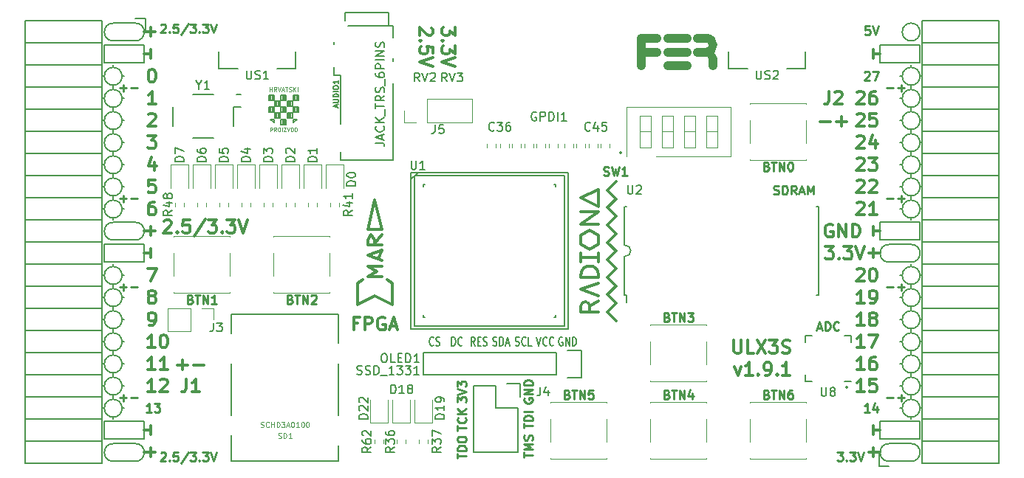
<source format=gto>
G04 #@! TF.GenerationSoftware,KiCad,Pcbnew,5.0.0-rc2+dfsg1-3*
G04 #@! TF.CreationDate,2018-06-21T10:43:30+02:00*
G04 #@! TF.ProjectId,ulx3s,756C7833732E6B696361645F70636200,rev?*
G04 #@! TF.SameCoordinates,Original*
G04 #@! TF.FileFunction,Legend,Top*
G04 #@! TF.FilePolarity,Positive*
%FSLAX46Y46*%
G04 Gerber Fmt 4.6, Leading zero omitted, Abs format (unit mm)*
G04 Created by KiCad (PCBNEW 5.0.0-rc2+dfsg1-3) date Thu Jun 21 10:43:30 2018*
%MOMM*%
%LPD*%
G01*
G04 APERTURE LIST*
%ADD10C,0.200000*%
%ADD11C,0.300000*%
%ADD12C,0.250000*%
%ADD13C,0.150000*%
%ADD14C,1.000000*%
%ADD15C,0.120000*%
%ADD16C,0.152400*%
%ADD17C,0.124460*%
%ADD18C,0.075000*%
G04 APERTURE END LIST*
D10*
X153678000Y-76551000D02*
G75*
G03X153678000Y-76551000I-127000J0D01*
G01*
X179586000Y-103475000D02*
G75*
G03X179586000Y-103475000I-127000J0D01*
G01*
D11*
X134560428Y-62144714D02*
X134560428Y-63073285D01*
X133989000Y-62573285D01*
X133989000Y-62787571D01*
X133917571Y-62930428D01*
X133846142Y-63001857D01*
X133703285Y-63073285D01*
X133346142Y-63073285D01*
X133203285Y-63001857D01*
X133131857Y-62930428D01*
X133060428Y-62787571D01*
X133060428Y-62359000D01*
X133131857Y-62216142D01*
X133203285Y-62144714D01*
X133203285Y-63716142D02*
X133131857Y-63787571D01*
X133060428Y-63716142D01*
X133131857Y-63644714D01*
X133203285Y-63716142D01*
X133060428Y-63716142D01*
X134560428Y-64287571D02*
X134560428Y-65216142D01*
X133989000Y-64716142D01*
X133989000Y-64930428D01*
X133917571Y-65073285D01*
X133846142Y-65144714D01*
X133703285Y-65216142D01*
X133346142Y-65216142D01*
X133203285Y-65144714D01*
X133131857Y-65073285D01*
X133060428Y-64930428D01*
X133060428Y-64501857D01*
X133131857Y-64359000D01*
X133203285Y-64287571D01*
X134560428Y-65644714D02*
X133060428Y-66144714D01*
X134560428Y-66644714D01*
X131877571Y-62216142D02*
X131949000Y-62287571D01*
X132020428Y-62430428D01*
X132020428Y-62787571D01*
X131949000Y-62930428D01*
X131877571Y-63001857D01*
X131734714Y-63073285D01*
X131591857Y-63073285D01*
X131377571Y-63001857D01*
X130520428Y-62144714D01*
X130520428Y-63073285D01*
X130663285Y-63716142D02*
X130591857Y-63787571D01*
X130520428Y-63716142D01*
X130591857Y-63644714D01*
X130663285Y-63716142D01*
X130520428Y-63716142D01*
X132020428Y-65144714D02*
X132020428Y-64430428D01*
X131306142Y-64359000D01*
X131377571Y-64430428D01*
X131449000Y-64573285D01*
X131449000Y-64930428D01*
X131377571Y-65073285D01*
X131306142Y-65144714D01*
X131163285Y-65216142D01*
X130806142Y-65216142D01*
X130663285Y-65144714D01*
X130591857Y-65073285D01*
X130520428Y-64930428D01*
X130520428Y-64573285D01*
X130591857Y-64430428D01*
X130663285Y-64359000D01*
X132020428Y-65644714D02*
X130520428Y-66144714D01*
X132020428Y-66644714D01*
X102760000Y-100897142D02*
X103902857Y-100897142D01*
X103331428Y-101468571D02*
X103331428Y-100325714D01*
X104617142Y-100897142D02*
X105760000Y-100897142D01*
X166592714Y-101121571D02*
X166949857Y-102121571D01*
X167307000Y-101121571D01*
X168664142Y-102121571D02*
X167807000Y-102121571D01*
X168235571Y-102121571D02*
X168235571Y-100621571D01*
X168092714Y-100835857D01*
X167949857Y-100978714D01*
X167807000Y-101050142D01*
X169307000Y-101978714D02*
X169378428Y-102050142D01*
X169307000Y-102121571D01*
X169235571Y-102050142D01*
X169307000Y-101978714D01*
X169307000Y-102121571D01*
X170092714Y-102121571D02*
X170378428Y-102121571D01*
X170521285Y-102050142D01*
X170592714Y-101978714D01*
X170735571Y-101764428D01*
X170807000Y-101478714D01*
X170807000Y-100907285D01*
X170735571Y-100764428D01*
X170664142Y-100693000D01*
X170521285Y-100621571D01*
X170235571Y-100621571D01*
X170092714Y-100693000D01*
X170021285Y-100764428D01*
X169949857Y-100907285D01*
X169949857Y-101264428D01*
X170021285Y-101407285D01*
X170092714Y-101478714D01*
X170235571Y-101550142D01*
X170521285Y-101550142D01*
X170664142Y-101478714D01*
X170735571Y-101407285D01*
X170807000Y-101264428D01*
X171449857Y-101978714D02*
X171521285Y-102050142D01*
X171449857Y-102121571D01*
X171378428Y-102050142D01*
X171449857Y-101978714D01*
X171449857Y-102121571D01*
X172949857Y-102121571D02*
X172092714Y-102121571D01*
X172521285Y-102121571D02*
X172521285Y-100621571D01*
X172378428Y-100835857D01*
X172235571Y-100978714D01*
X172092714Y-101050142D01*
X182492000Y-87582000D02*
X182492000Y-88598000D01*
X181984000Y-88090000D02*
X183254000Y-88090000D01*
X182492000Y-110442000D02*
X182492000Y-111458000D01*
X183254000Y-110950000D02*
X181984000Y-110950000D01*
X99688000Y-110442000D02*
X99688000Y-111458000D01*
X98926000Y-110950000D02*
X100196000Y-110950000D01*
X99688000Y-62182000D02*
X99688000Y-63198000D01*
X98926000Y-62690000D02*
X100196000Y-62690000D01*
X99688000Y-85042000D02*
X99688000Y-86058000D01*
X98926000Y-85550000D02*
X100196000Y-85550000D01*
D10*
X97910000Y-63706000D02*
G75*
G03X97910000Y-61674000I0J1016000D01*
G01*
X184270000Y-109934000D02*
G75*
G03X184270000Y-111966000I0J-1016000D01*
G01*
X95370000Y-111966000D02*
X97910000Y-111966000D01*
X95370000Y-109934000D02*
X97910000Y-109934000D01*
X97910000Y-111966000D02*
G75*
G03X97910000Y-109934000I0J1016000D01*
G01*
X95370000Y-109934000D02*
G75*
G03X95370000Y-111966000I0J-1016000D01*
G01*
X95370000Y-61674000D02*
X97910000Y-61674000D01*
X95370000Y-63706000D02*
X97910000Y-63706000D01*
X95370000Y-61674000D02*
G75*
G03X95370000Y-63706000I0J-1016000D01*
G01*
X95370000Y-84534000D02*
X97910000Y-84534000D01*
X95370000Y-86566000D02*
X97910000Y-86566000D01*
X95370000Y-84534000D02*
G75*
G03X95370000Y-86566000I0J-1016000D01*
G01*
X97910000Y-86566000D02*
G75*
G03X97910000Y-84534000I0J1016000D01*
G01*
X187826000Y-62690000D02*
G75*
G03X187826000Y-62690000I-1016000J0D01*
G01*
X184270000Y-89106000D02*
X186810000Y-89106000D01*
X184270000Y-87074000D02*
X186810000Y-87074000D01*
X184270000Y-87074000D02*
G75*
G03X184270000Y-89106000I0J-1016000D01*
G01*
X186810000Y-89106000D02*
G75*
G03X186810000Y-87074000I0J1016000D01*
G01*
X186810000Y-111966000D02*
X184270000Y-111966000D01*
X186810000Y-109934000D02*
X184270000Y-109934000D01*
X186810000Y-111966000D02*
G75*
G03X186810000Y-109934000I0J1016000D01*
G01*
X94354000Y-66246000D02*
X94354000Y-64214000D01*
X98926000Y-66246000D02*
X94354000Y-66246000D01*
X98926000Y-64214000D02*
X98926000Y-66246000D01*
X94354000Y-64214000D02*
X98926000Y-64214000D01*
X94354000Y-87074000D02*
X98926000Y-87074000D01*
X94354000Y-89106000D02*
X94354000Y-87074000D01*
X98926000Y-89106000D02*
X94354000Y-89106000D01*
X98926000Y-87074000D02*
X98926000Y-89106000D01*
X94354000Y-109426000D02*
X98926000Y-109426000D01*
X94354000Y-107394000D02*
X94354000Y-109426000D01*
X98926000Y-107394000D02*
X94354000Y-107394000D01*
X98926000Y-109426000D02*
X98926000Y-107394000D01*
X183254000Y-109426000D02*
X187826000Y-109426000D01*
X183254000Y-107394000D02*
X183254000Y-109426000D01*
X187826000Y-107394000D02*
X187826000Y-109426000D01*
X183254000Y-107394000D02*
X187826000Y-107394000D01*
X183254000Y-66246000D02*
X187826000Y-66246000D01*
X183254000Y-64214000D02*
X183254000Y-66246000D01*
X187826000Y-64214000D02*
X183254000Y-64214000D01*
X187826000Y-66246000D02*
X187826000Y-64214000D01*
X183254000Y-84534000D02*
X187826000Y-84534000D01*
X183254000Y-86566000D02*
X183254000Y-84534000D01*
X187826000Y-86566000D02*
X183254000Y-86566000D01*
X187826000Y-84534000D02*
X187826000Y-86566000D01*
D12*
X96148000Y-69111428D02*
X96909904Y-69111428D01*
X96528952Y-69492380D02*
X96528952Y-68730476D01*
X97386095Y-69111428D02*
X98148000Y-69111428D01*
X96148000Y-81811428D02*
X96909904Y-81811428D01*
X96528952Y-82192380D02*
X96528952Y-81430476D01*
X97386095Y-81811428D02*
X98148000Y-81811428D01*
X96148000Y-91971428D02*
X96909904Y-91971428D01*
X96528952Y-92352380D02*
X96528952Y-91590476D01*
X97386095Y-91971428D02*
X98148000Y-91971428D01*
X96148000Y-104671428D02*
X96909904Y-104671428D01*
X96528952Y-105052380D02*
X96528952Y-104290476D01*
X97386095Y-104671428D02*
X98148000Y-104671428D01*
X184032000Y-104671428D02*
X184793904Y-104671428D01*
X185270095Y-104671428D02*
X186032000Y-104671428D01*
X185651047Y-105052380D02*
X185651047Y-104290476D01*
X184032000Y-91971428D02*
X184793904Y-91971428D01*
X185270095Y-91971428D02*
X186032000Y-91971428D01*
X185651047Y-92352380D02*
X185651047Y-91590476D01*
X184032000Y-81811428D02*
X184793904Y-81811428D01*
X185270095Y-81811428D02*
X186032000Y-81811428D01*
X185651047Y-82192380D02*
X185651047Y-81430476D01*
X184032000Y-69111428D02*
X184793904Y-69111428D01*
X185270095Y-69111428D02*
X186032000Y-69111428D01*
X185651047Y-69492380D02*
X185651047Y-68730476D01*
D11*
X176420000Y-72957142D02*
X177562857Y-72957142D01*
X178277142Y-72957142D02*
X179420000Y-72957142D01*
X178848571Y-73528571D02*
X178848571Y-72385714D01*
D10*
X187826000Y-67770000D02*
G75*
G03X187826000Y-67770000I-1016000J0D01*
G01*
X187826000Y-70310000D02*
G75*
G03X187826000Y-70310000I-1016000J0D01*
G01*
X187826000Y-72850000D02*
G75*
G03X187826000Y-72850000I-1016000J0D01*
G01*
X187826000Y-75390000D02*
G75*
G03X187826000Y-75390000I-1016000J0D01*
G01*
X187826000Y-77930000D02*
G75*
G03X187826000Y-77930000I-1016000J0D01*
G01*
X187826000Y-80470000D02*
G75*
G03X187826000Y-80470000I-1016000J0D01*
G01*
X187826000Y-83010000D02*
G75*
G03X187826000Y-83010000I-1016000J0D01*
G01*
X187826000Y-90630000D02*
G75*
G03X187826000Y-90630000I-1016000J0D01*
G01*
X187826000Y-93170000D02*
G75*
G03X187826000Y-93170000I-1016000J0D01*
G01*
X187826000Y-95710000D02*
G75*
G03X187826000Y-95710000I-1016000J0D01*
G01*
X187826000Y-98250000D02*
G75*
G03X187826000Y-98250000I-1016000J0D01*
G01*
X187826000Y-100790000D02*
G75*
G03X187826000Y-100790000I-1016000J0D01*
G01*
X187826000Y-103330000D02*
G75*
G03X187826000Y-103330000I-1016000J0D01*
G01*
X187826000Y-105870000D02*
G75*
G03X187826000Y-105870000I-1016000J0D01*
G01*
X96386000Y-105870000D02*
G75*
G03X96386000Y-105870000I-1016000J0D01*
G01*
X96386000Y-103330000D02*
G75*
G03X96386000Y-103330000I-1016000J0D01*
G01*
X96386000Y-100790000D02*
G75*
G03X96386000Y-100790000I-1016000J0D01*
G01*
X96386000Y-98250000D02*
G75*
G03X96386000Y-98250000I-1016000J0D01*
G01*
X96386000Y-95710000D02*
G75*
G03X96386000Y-95710000I-1016000J0D01*
G01*
X96386000Y-93170000D02*
G75*
G03X96386000Y-93170000I-1016000J0D01*
G01*
X96386000Y-90630000D02*
G75*
G03X96386000Y-90630000I-1016000J0D01*
G01*
X96386000Y-83010000D02*
G75*
G03X96386000Y-83010000I-1016000J0D01*
G01*
X96386000Y-80470000D02*
G75*
G03X96386000Y-80470000I-1016000J0D01*
G01*
X96386000Y-77930000D02*
G75*
G03X96386000Y-77930000I-1016000J0D01*
G01*
X96386000Y-75390000D02*
G75*
G03X96386000Y-75390000I-1016000J0D01*
G01*
X96386000Y-72850000D02*
G75*
G03X96386000Y-72850000I-1016000J0D01*
G01*
X96386000Y-70310000D02*
G75*
G03X96386000Y-70310000I-1016000J0D01*
G01*
X96386000Y-67770000D02*
G75*
G03X96386000Y-67770000I-1016000J0D01*
G01*
D11*
X177793142Y-84800000D02*
X177650285Y-84728571D01*
X177436000Y-84728571D01*
X177221714Y-84800000D01*
X177078857Y-84942857D01*
X177007428Y-85085714D01*
X176936000Y-85371428D01*
X176936000Y-85585714D01*
X177007428Y-85871428D01*
X177078857Y-86014285D01*
X177221714Y-86157142D01*
X177436000Y-86228571D01*
X177578857Y-86228571D01*
X177793142Y-86157142D01*
X177864571Y-86085714D01*
X177864571Y-85585714D01*
X177578857Y-85585714D01*
X178507428Y-86228571D02*
X178507428Y-84728571D01*
X179364571Y-86228571D01*
X179364571Y-84728571D01*
X180078857Y-86228571D02*
X180078857Y-84728571D01*
X180436000Y-84728571D01*
X180650285Y-84800000D01*
X180793142Y-84942857D01*
X180864571Y-85085714D01*
X180936000Y-85371428D01*
X180936000Y-85585714D01*
X180864571Y-85871428D01*
X180793142Y-86014285D01*
X180650285Y-86157142D01*
X180436000Y-86228571D01*
X180078857Y-86228571D01*
X182492000Y-86058000D02*
X182492000Y-85042000D01*
X183254000Y-85550000D02*
X182492000Y-85550000D01*
X182492000Y-107902000D02*
X182492000Y-108918000D01*
X182492000Y-108410000D02*
X183254000Y-108410000D01*
D12*
X182047523Y-106322380D02*
X181476095Y-106322380D01*
X181761809Y-106322380D02*
X181761809Y-105322380D01*
X181666571Y-105465238D01*
X181571333Y-105560476D01*
X181476095Y-105608095D01*
X182904666Y-105655714D02*
X182904666Y-106322380D01*
X182666571Y-105274761D02*
X182428476Y-105989047D01*
X183047523Y-105989047D01*
X181476095Y-67317619D02*
X181523714Y-67270000D01*
X181618952Y-67222380D01*
X181857047Y-67222380D01*
X181952285Y-67270000D01*
X181999904Y-67317619D01*
X182047523Y-67412857D01*
X182047523Y-67508095D01*
X181999904Y-67650952D01*
X181428476Y-68222380D01*
X182047523Y-68222380D01*
X182380857Y-67222380D02*
X183047523Y-67222380D01*
X182618952Y-68222380D01*
D11*
X182492000Y-64722000D02*
X182492000Y-65738000D01*
X182492000Y-65230000D02*
X183254000Y-65230000D01*
X99688000Y-107902000D02*
X99688000Y-108918000D01*
X98926000Y-108410000D02*
X99688000Y-108410000D01*
X99315000Y-74568571D02*
X100243571Y-74568571D01*
X99743571Y-75140000D01*
X99957857Y-75140000D01*
X100100714Y-75211428D01*
X100172142Y-75282857D01*
X100243571Y-75425714D01*
X100243571Y-75782857D01*
X100172142Y-75925714D01*
X100100714Y-75997142D01*
X99957857Y-76068571D01*
X99529285Y-76068571D01*
X99386428Y-75997142D01*
X99315000Y-75925714D01*
X100100714Y-77608571D02*
X100100714Y-78608571D01*
X99743571Y-77037142D02*
X99386428Y-78108571D01*
X100315000Y-78108571D01*
X100172142Y-79648571D02*
X99457857Y-79648571D01*
X99386428Y-80362857D01*
X99457857Y-80291428D01*
X99600714Y-80220000D01*
X99957857Y-80220000D01*
X100100714Y-80291428D01*
X100172142Y-80362857D01*
X100243571Y-80505714D01*
X100243571Y-80862857D01*
X100172142Y-81005714D01*
X100100714Y-81077142D01*
X99957857Y-81148571D01*
X99600714Y-81148571D01*
X99457857Y-81077142D01*
X99386428Y-81005714D01*
D12*
X99751523Y-106322380D02*
X99180095Y-106322380D01*
X99465809Y-106322380D02*
X99465809Y-105322380D01*
X99370571Y-105465238D01*
X99275333Y-105560476D01*
X99180095Y-105608095D01*
X100084857Y-105322380D02*
X100703904Y-105322380D01*
X100370571Y-105703333D01*
X100513428Y-105703333D01*
X100608666Y-105750952D01*
X100656285Y-105798571D01*
X100703904Y-105893809D01*
X100703904Y-106131904D01*
X100656285Y-106227142D01*
X100608666Y-106274761D01*
X100513428Y-106322380D01*
X100227714Y-106322380D01*
X100132476Y-106274761D01*
X100084857Y-106227142D01*
D11*
X99315000Y-89808571D02*
X100315000Y-89808571D01*
X99672142Y-91308571D01*
X99688000Y-87582000D02*
X99688000Y-88598000D01*
X98926000Y-88090000D02*
X99688000Y-88090000D01*
X99688000Y-64722000D02*
X99688000Y-65738000D01*
X98926000Y-65230000D02*
X99688000Y-65230000D01*
D12*
X100817976Y-61874619D02*
X100865595Y-61827000D01*
X100960833Y-61779380D01*
X101198928Y-61779380D01*
X101294166Y-61827000D01*
X101341785Y-61874619D01*
X101389404Y-61969857D01*
X101389404Y-62065095D01*
X101341785Y-62207952D01*
X100770357Y-62779380D01*
X101389404Y-62779380D01*
X101817976Y-62684142D02*
X101865595Y-62731761D01*
X101817976Y-62779380D01*
X101770357Y-62731761D01*
X101817976Y-62684142D01*
X101817976Y-62779380D01*
X102770357Y-61779380D02*
X102294166Y-61779380D01*
X102246547Y-62255571D01*
X102294166Y-62207952D01*
X102389404Y-62160333D01*
X102627500Y-62160333D01*
X102722738Y-62207952D01*
X102770357Y-62255571D01*
X102817976Y-62350809D01*
X102817976Y-62588904D01*
X102770357Y-62684142D01*
X102722738Y-62731761D01*
X102627500Y-62779380D01*
X102389404Y-62779380D01*
X102294166Y-62731761D01*
X102246547Y-62684142D01*
X103960833Y-61731761D02*
X103103690Y-63017476D01*
X104198928Y-61779380D02*
X104817976Y-61779380D01*
X104484642Y-62160333D01*
X104627500Y-62160333D01*
X104722738Y-62207952D01*
X104770357Y-62255571D01*
X104817976Y-62350809D01*
X104817976Y-62588904D01*
X104770357Y-62684142D01*
X104722738Y-62731761D01*
X104627500Y-62779380D01*
X104341785Y-62779380D01*
X104246547Y-62731761D01*
X104198928Y-62684142D01*
X105246547Y-62684142D02*
X105294166Y-62731761D01*
X105246547Y-62779380D01*
X105198928Y-62731761D01*
X105246547Y-62684142D01*
X105246547Y-62779380D01*
X105627500Y-61779380D02*
X106246547Y-61779380D01*
X105913214Y-62160333D01*
X106056071Y-62160333D01*
X106151309Y-62207952D01*
X106198928Y-62255571D01*
X106246547Y-62350809D01*
X106246547Y-62588904D01*
X106198928Y-62684142D01*
X106151309Y-62731761D01*
X106056071Y-62779380D01*
X105770357Y-62779380D01*
X105675119Y-62731761D01*
X105627500Y-62684142D01*
X106532261Y-61779380D02*
X106865595Y-62779380D01*
X107198928Y-61779380D01*
X178360261Y-110910380D02*
X178979309Y-110910380D01*
X178645976Y-111291333D01*
X178788833Y-111291333D01*
X178884071Y-111338952D01*
X178931690Y-111386571D01*
X178979309Y-111481809D01*
X178979309Y-111719904D01*
X178931690Y-111815142D01*
X178884071Y-111862761D01*
X178788833Y-111910380D01*
X178503119Y-111910380D01*
X178407880Y-111862761D01*
X178360261Y-111815142D01*
X179407880Y-111815142D02*
X179455500Y-111862761D01*
X179407880Y-111910380D01*
X179360261Y-111862761D01*
X179407880Y-111815142D01*
X179407880Y-111910380D01*
X179788833Y-110910380D02*
X180407880Y-110910380D01*
X180074547Y-111291333D01*
X180217404Y-111291333D01*
X180312642Y-111338952D01*
X180360261Y-111386571D01*
X180407880Y-111481809D01*
X180407880Y-111719904D01*
X180360261Y-111815142D01*
X180312642Y-111862761D01*
X180217404Y-111910380D01*
X179931690Y-111910380D01*
X179836452Y-111862761D01*
X179788833Y-111815142D01*
X180693595Y-110910380D02*
X181026928Y-111910380D01*
X181360261Y-110910380D01*
D11*
X101199714Y-84381428D02*
X101271142Y-84310000D01*
X101414000Y-84238571D01*
X101771142Y-84238571D01*
X101914000Y-84310000D01*
X101985428Y-84381428D01*
X102056857Y-84524285D01*
X102056857Y-84667142D01*
X101985428Y-84881428D01*
X101128285Y-85738571D01*
X102056857Y-85738571D01*
X102699714Y-85595714D02*
X102771142Y-85667142D01*
X102699714Y-85738571D01*
X102628285Y-85667142D01*
X102699714Y-85595714D01*
X102699714Y-85738571D01*
X104128285Y-84238571D02*
X103414000Y-84238571D01*
X103342571Y-84952857D01*
X103414000Y-84881428D01*
X103556857Y-84810000D01*
X103914000Y-84810000D01*
X104056857Y-84881428D01*
X104128285Y-84952857D01*
X104199714Y-85095714D01*
X104199714Y-85452857D01*
X104128285Y-85595714D01*
X104056857Y-85667142D01*
X103914000Y-85738571D01*
X103556857Y-85738571D01*
X103414000Y-85667142D01*
X103342571Y-85595714D01*
X105914000Y-84167142D02*
X104628285Y-86095714D01*
X106271142Y-84238571D02*
X107199714Y-84238571D01*
X106699714Y-84810000D01*
X106914000Y-84810000D01*
X107056857Y-84881428D01*
X107128285Y-84952857D01*
X107199714Y-85095714D01*
X107199714Y-85452857D01*
X107128285Y-85595714D01*
X107056857Y-85667142D01*
X106914000Y-85738571D01*
X106485428Y-85738571D01*
X106342571Y-85667142D01*
X106271142Y-85595714D01*
X107842571Y-85595714D02*
X107914000Y-85667142D01*
X107842571Y-85738571D01*
X107771142Y-85667142D01*
X107842571Y-85595714D01*
X107842571Y-85738571D01*
X108414000Y-84238571D02*
X109342571Y-84238571D01*
X108842571Y-84810000D01*
X109056857Y-84810000D01*
X109199714Y-84881428D01*
X109271142Y-84952857D01*
X109342571Y-85095714D01*
X109342571Y-85452857D01*
X109271142Y-85595714D01*
X109199714Y-85667142D01*
X109056857Y-85738571D01*
X108628285Y-85738571D01*
X108485428Y-85667142D01*
X108414000Y-85595714D01*
X109771142Y-84238571D02*
X110271142Y-85738571D01*
X110771142Y-84238571D01*
D12*
X100817976Y-111023619D02*
X100865595Y-110976000D01*
X100960833Y-110928380D01*
X101198928Y-110928380D01*
X101294166Y-110976000D01*
X101341785Y-111023619D01*
X101389404Y-111118857D01*
X101389404Y-111214095D01*
X101341785Y-111356952D01*
X100770357Y-111928380D01*
X101389404Y-111928380D01*
X101817976Y-111833142D02*
X101865595Y-111880761D01*
X101817976Y-111928380D01*
X101770357Y-111880761D01*
X101817976Y-111833142D01*
X101817976Y-111928380D01*
X102770357Y-110928380D02*
X102294166Y-110928380D01*
X102246547Y-111404571D01*
X102294166Y-111356952D01*
X102389404Y-111309333D01*
X102627500Y-111309333D01*
X102722738Y-111356952D01*
X102770357Y-111404571D01*
X102817976Y-111499809D01*
X102817976Y-111737904D01*
X102770357Y-111833142D01*
X102722738Y-111880761D01*
X102627500Y-111928380D01*
X102389404Y-111928380D01*
X102294166Y-111880761D01*
X102246547Y-111833142D01*
X103960833Y-110880761D02*
X103103690Y-112166476D01*
X104198928Y-110928380D02*
X104817976Y-110928380D01*
X104484642Y-111309333D01*
X104627500Y-111309333D01*
X104722738Y-111356952D01*
X104770357Y-111404571D01*
X104817976Y-111499809D01*
X104817976Y-111737904D01*
X104770357Y-111833142D01*
X104722738Y-111880761D01*
X104627500Y-111928380D01*
X104341785Y-111928380D01*
X104246547Y-111880761D01*
X104198928Y-111833142D01*
X105246547Y-111833142D02*
X105294166Y-111880761D01*
X105246547Y-111928380D01*
X105198928Y-111880761D01*
X105246547Y-111833142D01*
X105246547Y-111928380D01*
X105627500Y-110928380D02*
X106246547Y-110928380D01*
X105913214Y-111309333D01*
X106056071Y-111309333D01*
X106151309Y-111356952D01*
X106198928Y-111404571D01*
X106246547Y-111499809D01*
X106246547Y-111737904D01*
X106198928Y-111833142D01*
X106151309Y-111880761D01*
X106056071Y-111928380D01*
X105770357Y-111928380D01*
X105675119Y-111880761D01*
X105627500Y-111833142D01*
X106532261Y-110928380D02*
X106865595Y-111928380D01*
X107198928Y-110928380D01*
X182047523Y-62015380D02*
X181571333Y-62015380D01*
X181523714Y-62491571D01*
X181571333Y-62443952D01*
X181666571Y-62396333D01*
X181904666Y-62396333D01*
X181999904Y-62443952D01*
X182047523Y-62491571D01*
X182095142Y-62586809D01*
X182095142Y-62824904D01*
X182047523Y-62920142D01*
X181999904Y-62967761D01*
X181904666Y-63015380D01*
X181666571Y-63015380D01*
X181571333Y-62967761D01*
X181523714Y-62920142D01*
X182380857Y-62015380D02*
X182714190Y-63015380D01*
X183047523Y-62015380D01*
D11*
X180587142Y-69631428D02*
X180658571Y-69560000D01*
X180801428Y-69488571D01*
X181158571Y-69488571D01*
X181301428Y-69560000D01*
X181372857Y-69631428D01*
X181444285Y-69774285D01*
X181444285Y-69917142D01*
X181372857Y-70131428D01*
X180515714Y-70988571D01*
X181444285Y-70988571D01*
X182730000Y-69488571D02*
X182444285Y-69488571D01*
X182301428Y-69560000D01*
X182230000Y-69631428D01*
X182087142Y-69845714D01*
X182015714Y-70131428D01*
X182015714Y-70702857D01*
X182087142Y-70845714D01*
X182158571Y-70917142D01*
X182301428Y-70988571D01*
X182587142Y-70988571D01*
X182730000Y-70917142D01*
X182801428Y-70845714D01*
X182872857Y-70702857D01*
X182872857Y-70345714D01*
X182801428Y-70202857D01*
X182730000Y-70131428D01*
X182587142Y-70060000D01*
X182301428Y-70060000D01*
X182158571Y-70131428D01*
X182087142Y-70202857D01*
X182015714Y-70345714D01*
X180587142Y-72171428D02*
X180658571Y-72100000D01*
X180801428Y-72028571D01*
X181158571Y-72028571D01*
X181301428Y-72100000D01*
X181372857Y-72171428D01*
X181444285Y-72314285D01*
X181444285Y-72457142D01*
X181372857Y-72671428D01*
X180515714Y-73528571D01*
X181444285Y-73528571D01*
X182801428Y-72028571D02*
X182087142Y-72028571D01*
X182015714Y-72742857D01*
X182087142Y-72671428D01*
X182230000Y-72600000D01*
X182587142Y-72600000D01*
X182730000Y-72671428D01*
X182801428Y-72742857D01*
X182872857Y-72885714D01*
X182872857Y-73242857D01*
X182801428Y-73385714D01*
X182730000Y-73457142D01*
X182587142Y-73528571D01*
X182230000Y-73528571D01*
X182087142Y-73457142D01*
X182015714Y-73385714D01*
X180587142Y-74711428D02*
X180658571Y-74640000D01*
X180801428Y-74568571D01*
X181158571Y-74568571D01*
X181301428Y-74640000D01*
X181372857Y-74711428D01*
X181444285Y-74854285D01*
X181444285Y-74997142D01*
X181372857Y-75211428D01*
X180515714Y-76068571D01*
X181444285Y-76068571D01*
X182730000Y-75068571D02*
X182730000Y-76068571D01*
X182372857Y-74497142D02*
X182015714Y-75568571D01*
X182944285Y-75568571D01*
X180587142Y-77251428D02*
X180658571Y-77180000D01*
X180801428Y-77108571D01*
X181158571Y-77108571D01*
X181301428Y-77180000D01*
X181372857Y-77251428D01*
X181444285Y-77394285D01*
X181444285Y-77537142D01*
X181372857Y-77751428D01*
X180515714Y-78608571D01*
X181444285Y-78608571D01*
X181944285Y-77108571D02*
X182872857Y-77108571D01*
X182372857Y-77680000D01*
X182587142Y-77680000D01*
X182730000Y-77751428D01*
X182801428Y-77822857D01*
X182872857Y-77965714D01*
X182872857Y-78322857D01*
X182801428Y-78465714D01*
X182730000Y-78537142D01*
X182587142Y-78608571D01*
X182158571Y-78608571D01*
X182015714Y-78537142D01*
X181944285Y-78465714D01*
X180587142Y-79791428D02*
X180658571Y-79720000D01*
X180801428Y-79648571D01*
X181158571Y-79648571D01*
X181301428Y-79720000D01*
X181372857Y-79791428D01*
X181444285Y-79934285D01*
X181444285Y-80077142D01*
X181372857Y-80291428D01*
X180515714Y-81148571D01*
X181444285Y-81148571D01*
X182015714Y-79791428D02*
X182087142Y-79720000D01*
X182230000Y-79648571D01*
X182587142Y-79648571D01*
X182730000Y-79720000D01*
X182801428Y-79791428D01*
X182872857Y-79934285D01*
X182872857Y-80077142D01*
X182801428Y-80291428D01*
X181944285Y-81148571D01*
X182872857Y-81148571D01*
X180587142Y-82331428D02*
X180658571Y-82260000D01*
X180801428Y-82188571D01*
X181158571Y-82188571D01*
X181301428Y-82260000D01*
X181372857Y-82331428D01*
X181444285Y-82474285D01*
X181444285Y-82617142D01*
X181372857Y-82831428D01*
X180515714Y-83688571D01*
X181444285Y-83688571D01*
X182872857Y-83688571D02*
X182015714Y-83688571D01*
X182444285Y-83688571D02*
X182444285Y-82188571D01*
X182301428Y-82402857D01*
X182158571Y-82545714D01*
X182015714Y-82617142D01*
X176975714Y-87268571D02*
X177904285Y-87268571D01*
X177404285Y-87840000D01*
X177618571Y-87840000D01*
X177761428Y-87911428D01*
X177832857Y-87982857D01*
X177904285Y-88125714D01*
X177904285Y-88482857D01*
X177832857Y-88625714D01*
X177761428Y-88697142D01*
X177618571Y-88768571D01*
X177190000Y-88768571D01*
X177047142Y-88697142D01*
X176975714Y-88625714D01*
X178547142Y-88625714D02*
X178618571Y-88697142D01*
X178547142Y-88768571D01*
X178475714Y-88697142D01*
X178547142Y-88625714D01*
X178547142Y-88768571D01*
X179118571Y-87268571D02*
X180047142Y-87268571D01*
X179547142Y-87840000D01*
X179761428Y-87840000D01*
X179904285Y-87911428D01*
X179975714Y-87982857D01*
X180047142Y-88125714D01*
X180047142Y-88482857D01*
X179975714Y-88625714D01*
X179904285Y-88697142D01*
X179761428Y-88768571D01*
X179332857Y-88768571D01*
X179190000Y-88697142D01*
X179118571Y-88625714D01*
X180475714Y-87268571D02*
X180975714Y-88768571D01*
X181475714Y-87268571D01*
X180587142Y-89951428D02*
X180658571Y-89880000D01*
X180801428Y-89808571D01*
X181158571Y-89808571D01*
X181301428Y-89880000D01*
X181372857Y-89951428D01*
X181444285Y-90094285D01*
X181444285Y-90237142D01*
X181372857Y-90451428D01*
X180515714Y-91308571D01*
X181444285Y-91308571D01*
X182372857Y-89808571D02*
X182515714Y-89808571D01*
X182658571Y-89880000D01*
X182730000Y-89951428D01*
X182801428Y-90094285D01*
X182872857Y-90380000D01*
X182872857Y-90737142D01*
X182801428Y-91022857D01*
X182730000Y-91165714D01*
X182658571Y-91237142D01*
X182515714Y-91308571D01*
X182372857Y-91308571D01*
X182230000Y-91237142D01*
X182158571Y-91165714D01*
X182087142Y-91022857D01*
X182015714Y-90737142D01*
X182015714Y-90380000D01*
X182087142Y-90094285D01*
X182158571Y-89951428D01*
X182230000Y-89880000D01*
X182372857Y-89808571D01*
X181444285Y-93848571D02*
X180587142Y-93848571D01*
X181015714Y-93848571D02*
X181015714Y-92348571D01*
X180872857Y-92562857D01*
X180730000Y-92705714D01*
X180587142Y-92777142D01*
X182158571Y-93848571D02*
X182444285Y-93848571D01*
X182587142Y-93777142D01*
X182658571Y-93705714D01*
X182801428Y-93491428D01*
X182872857Y-93205714D01*
X182872857Y-92634285D01*
X182801428Y-92491428D01*
X182730000Y-92420000D01*
X182587142Y-92348571D01*
X182301428Y-92348571D01*
X182158571Y-92420000D01*
X182087142Y-92491428D01*
X182015714Y-92634285D01*
X182015714Y-92991428D01*
X182087142Y-93134285D01*
X182158571Y-93205714D01*
X182301428Y-93277142D01*
X182587142Y-93277142D01*
X182730000Y-93205714D01*
X182801428Y-93134285D01*
X182872857Y-92991428D01*
X181444285Y-96388571D02*
X180587142Y-96388571D01*
X181015714Y-96388571D02*
X181015714Y-94888571D01*
X180872857Y-95102857D01*
X180730000Y-95245714D01*
X180587142Y-95317142D01*
X182301428Y-95531428D02*
X182158571Y-95460000D01*
X182087142Y-95388571D01*
X182015714Y-95245714D01*
X182015714Y-95174285D01*
X182087142Y-95031428D01*
X182158571Y-94960000D01*
X182301428Y-94888571D01*
X182587142Y-94888571D01*
X182730000Y-94960000D01*
X182801428Y-95031428D01*
X182872857Y-95174285D01*
X182872857Y-95245714D01*
X182801428Y-95388571D01*
X182730000Y-95460000D01*
X182587142Y-95531428D01*
X182301428Y-95531428D01*
X182158571Y-95602857D01*
X182087142Y-95674285D01*
X182015714Y-95817142D01*
X182015714Y-96102857D01*
X182087142Y-96245714D01*
X182158571Y-96317142D01*
X182301428Y-96388571D01*
X182587142Y-96388571D01*
X182730000Y-96317142D01*
X182801428Y-96245714D01*
X182872857Y-96102857D01*
X182872857Y-95817142D01*
X182801428Y-95674285D01*
X182730000Y-95602857D01*
X182587142Y-95531428D01*
X181444285Y-98928571D02*
X180587142Y-98928571D01*
X181015714Y-98928571D02*
X181015714Y-97428571D01*
X180872857Y-97642857D01*
X180730000Y-97785714D01*
X180587142Y-97857142D01*
X181944285Y-97428571D02*
X182944285Y-97428571D01*
X182301428Y-98928571D01*
X181444285Y-101468571D02*
X180587142Y-101468571D01*
X181015714Y-101468571D02*
X181015714Y-99968571D01*
X180872857Y-100182857D01*
X180730000Y-100325714D01*
X180587142Y-100397142D01*
X182730000Y-99968571D02*
X182444285Y-99968571D01*
X182301428Y-100040000D01*
X182230000Y-100111428D01*
X182087142Y-100325714D01*
X182015714Y-100611428D01*
X182015714Y-101182857D01*
X182087142Y-101325714D01*
X182158571Y-101397142D01*
X182301428Y-101468571D01*
X182587142Y-101468571D01*
X182730000Y-101397142D01*
X182801428Y-101325714D01*
X182872857Y-101182857D01*
X182872857Y-100825714D01*
X182801428Y-100682857D01*
X182730000Y-100611428D01*
X182587142Y-100540000D01*
X182301428Y-100540000D01*
X182158571Y-100611428D01*
X182087142Y-100682857D01*
X182015714Y-100825714D01*
X181444285Y-104008571D02*
X180587142Y-104008571D01*
X181015714Y-104008571D02*
X181015714Y-102508571D01*
X180872857Y-102722857D01*
X180730000Y-102865714D01*
X180587142Y-102937142D01*
X182801428Y-102508571D02*
X182087142Y-102508571D01*
X182015714Y-103222857D01*
X182087142Y-103151428D01*
X182230000Y-103080000D01*
X182587142Y-103080000D01*
X182730000Y-103151428D01*
X182801428Y-103222857D01*
X182872857Y-103365714D01*
X182872857Y-103722857D01*
X182801428Y-103865714D01*
X182730000Y-103937142D01*
X182587142Y-104008571D01*
X182230000Y-104008571D01*
X182087142Y-103937142D01*
X182015714Y-103865714D01*
D10*
X186810000Y-66500000D02*
X186810000Y-66754000D01*
X187826000Y-67770000D02*
X188080000Y-67770000D01*
X185540000Y-67770000D02*
X185794000Y-67770000D01*
X186810000Y-69294000D02*
X186810000Y-68786000D01*
X187826000Y-70310000D02*
X188080000Y-70310000D01*
X185540000Y-70310000D02*
X185794000Y-70310000D01*
X186810000Y-71326000D02*
X186810000Y-71834000D01*
X187826000Y-72850000D02*
X188080000Y-72850000D01*
X185540000Y-72850000D02*
X185794000Y-72850000D01*
X186810000Y-73866000D02*
X186810000Y-74374000D01*
X187826000Y-75390000D02*
X188080000Y-75390000D01*
X185540000Y-75390000D02*
X185794000Y-75390000D01*
X186810000Y-76406000D02*
X186810000Y-76914000D01*
X187826000Y-77930000D02*
X188080000Y-77930000D01*
X185540000Y-77930000D02*
X185794000Y-77930000D01*
X186810000Y-79454000D02*
X186810000Y-78946000D01*
X187826000Y-80470000D02*
X188080000Y-80470000D01*
X185540000Y-80470000D02*
X185794000Y-80470000D01*
X186810000Y-81994000D02*
X186810000Y-81486000D01*
X187826000Y-83010000D02*
X188080000Y-83010000D01*
X185540000Y-83010000D02*
X185794000Y-83010000D01*
X186810000Y-84026000D02*
X186810000Y-84280000D01*
X186810000Y-89360000D02*
X186810000Y-89614000D01*
X187826000Y-90630000D02*
X188080000Y-90630000D01*
X185540000Y-90630000D02*
X185794000Y-90630000D01*
X186810000Y-91646000D02*
X186810000Y-92154000D01*
X187826000Y-93170000D02*
X188080000Y-93170000D01*
X185540000Y-93170000D02*
X185794000Y-93170000D01*
X186810000Y-94186000D02*
X186810000Y-94694000D01*
X187826000Y-95710000D02*
X188080000Y-95710000D01*
X185540000Y-95710000D02*
X185794000Y-95710000D01*
X186810000Y-97234000D02*
X186810000Y-96726000D01*
X187826000Y-98250000D02*
X188080000Y-98250000D01*
X185540000Y-98250000D02*
X185794000Y-98250000D01*
X187826000Y-100790000D02*
X188080000Y-100790000D01*
X185540000Y-100790000D02*
X185794000Y-100790000D01*
X186810000Y-99266000D02*
X186810000Y-99774000D01*
X186810000Y-102314000D02*
X186810000Y-101806000D01*
X187826000Y-103330000D02*
X188080000Y-103330000D01*
X185540000Y-103330000D02*
X185794000Y-103330000D01*
X186810000Y-104346000D02*
X186810000Y-104854000D01*
X185540000Y-105870000D02*
X185794000Y-105870000D01*
X187826000Y-105870000D02*
X188080000Y-105870000D01*
X186810000Y-106886000D02*
X186810000Y-107140000D01*
X95370000Y-66754000D02*
X95370000Y-66500000D01*
X96386000Y-67770000D02*
X96640000Y-67770000D01*
X94100000Y-67770000D02*
X94354000Y-67770000D01*
X95370000Y-68786000D02*
X95370000Y-69294000D01*
X96386000Y-70310000D02*
X96640000Y-70310000D01*
X94100000Y-70310000D02*
X94354000Y-70310000D01*
X95370000Y-71326000D02*
X95370000Y-71834000D01*
X96386000Y-72850000D02*
X96640000Y-72850000D01*
X94100000Y-72850000D02*
X94354000Y-72850000D01*
X95370000Y-73866000D02*
X95370000Y-74374000D01*
X96386000Y-75390000D02*
X96640000Y-75390000D01*
X95370000Y-76406000D02*
X95370000Y-76914000D01*
X96386000Y-77930000D02*
X96640000Y-77930000D01*
X94100000Y-77930000D02*
X94354000Y-77930000D01*
X95370000Y-79454000D02*
X95370000Y-78946000D01*
X96386000Y-80470000D02*
X96640000Y-80470000D01*
X94100000Y-80470000D02*
X94354000Y-80470000D01*
X95370000Y-81486000D02*
X95370000Y-81994000D01*
X96386000Y-83010000D02*
X96640000Y-83010000D01*
X95370000Y-84026000D02*
X95370000Y-84280000D01*
X94100000Y-83010000D02*
X94354000Y-83010000D01*
X95370000Y-106886000D02*
X95370000Y-107140000D01*
X95370000Y-89360000D02*
X95370000Y-89614000D01*
X96386000Y-93170000D02*
X96640000Y-93170000D01*
X94100000Y-93170000D02*
X94354000Y-93170000D01*
X95370000Y-94186000D02*
X95370000Y-94694000D01*
X94100000Y-90630000D02*
X94354000Y-90630000D01*
X96386000Y-90630000D02*
X96640000Y-90630000D01*
X95370000Y-92154000D02*
X95370000Y-91646000D01*
X96386000Y-95710000D02*
X96640000Y-95710000D01*
X94100000Y-95710000D02*
X94354000Y-95710000D01*
X96386000Y-98250000D02*
X96640000Y-98250000D01*
X94354000Y-98250000D02*
X94100000Y-98250000D01*
X95370000Y-96726000D02*
X95370000Y-97234000D01*
X95370000Y-99266000D02*
X95370000Y-99774000D01*
X94100000Y-100790000D02*
X94354000Y-100790000D01*
X96386000Y-100790000D02*
X96640000Y-100790000D01*
X94100000Y-103330000D02*
X94354000Y-103330000D01*
X96386000Y-103330000D02*
X96640000Y-103330000D01*
X95370000Y-101806000D02*
X95370000Y-102314000D01*
X95370000Y-104346000D02*
X95370000Y-104854000D01*
X96386000Y-105870000D02*
X96640000Y-105870000D01*
X94100000Y-105870000D02*
X94354000Y-105870000D01*
D11*
X100164285Y-104008571D02*
X99307142Y-104008571D01*
X99735714Y-104008571D02*
X99735714Y-102508571D01*
X99592857Y-102722857D01*
X99450000Y-102865714D01*
X99307142Y-102937142D01*
X100735714Y-102651428D02*
X100807142Y-102580000D01*
X100950000Y-102508571D01*
X101307142Y-102508571D01*
X101450000Y-102580000D01*
X101521428Y-102651428D01*
X101592857Y-102794285D01*
X101592857Y-102937142D01*
X101521428Y-103151428D01*
X100664285Y-104008571D01*
X101592857Y-104008571D01*
X100164285Y-101468571D02*
X99307142Y-101468571D01*
X99735714Y-101468571D02*
X99735714Y-99968571D01*
X99592857Y-100182857D01*
X99450000Y-100325714D01*
X99307142Y-100397142D01*
X101592857Y-101468571D02*
X100735714Y-101468571D01*
X101164285Y-101468571D02*
X101164285Y-99968571D01*
X101021428Y-100182857D01*
X100878571Y-100325714D01*
X100735714Y-100397142D01*
X100164285Y-98928571D02*
X99307142Y-98928571D01*
X99735714Y-98928571D02*
X99735714Y-97428571D01*
X99592857Y-97642857D01*
X99450000Y-97785714D01*
X99307142Y-97857142D01*
X101092857Y-97428571D02*
X101235714Y-97428571D01*
X101378571Y-97500000D01*
X101450000Y-97571428D01*
X101521428Y-97714285D01*
X101592857Y-98000000D01*
X101592857Y-98357142D01*
X101521428Y-98642857D01*
X101450000Y-98785714D01*
X101378571Y-98857142D01*
X101235714Y-98928571D01*
X101092857Y-98928571D01*
X100950000Y-98857142D01*
X100878571Y-98785714D01*
X100807142Y-98642857D01*
X100735714Y-98357142D01*
X100735714Y-98000000D01*
X100807142Y-97714285D01*
X100878571Y-97571428D01*
X100950000Y-97500000D01*
X101092857Y-97428571D01*
X99529285Y-96388571D02*
X99815000Y-96388571D01*
X99957857Y-96317142D01*
X100029285Y-96245714D01*
X100172142Y-96031428D01*
X100243571Y-95745714D01*
X100243571Y-95174285D01*
X100172142Y-95031428D01*
X100100714Y-94960000D01*
X99957857Y-94888571D01*
X99672142Y-94888571D01*
X99529285Y-94960000D01*
X99457857Y-95031428D01*
X99386428Y-95174285D01*
X99386428Y-95531428D01*
X99457857Y-95674285D01*
X99529285Y-95745714D01*
X99672142Y-95817142D01*
X99957857Y-95817142D01*
X100100714Y-95745714D01*
X100172142Y-95674285D01*
X100243571Y-95531428D01*
X99672142Y-92991428D02*
X99529285Y-92920000D01*
X99457857Y-92848571D01*
X99386428Y-92705714D01*
X99386428Y-92634285D01*
X99457857Y-92491428D01*
X99529285Y-92420000D01*
X99672142Y-92348571D01*
X99957857Y-92348571D01*
X100100714Y-92420000D01*
X100172142Y-92491428D01*
X100243571Y-92634285D01*
X100243571Y-92705714D01*
X100172142Y-92848571D01*
X100100714Y-92920000D01*
X99957857Y-92991428D01*
X99672142Y-92991428D01*
X99529285Y-93062857D01*
X99457857Y-93134285D01*
X99386428Y-93277142D01*
X99386428Y-93562857D01*
X99457857Y-93705714D01*
X99529285Y-93777142D01*
X99672142Y-93848571D01*
X99957857Y-93848571D01*
X100100714Y-93777142D01*
X100172142Y-93705714D01*
X100243571Y-93562857D01*
X100243571Y-93277142D01*
X100172142Y-93134285D01*
X100100714Y-93062857D01*
X99957857Y-92991428D01*
X100100714Y-82188571D02*
X99815000Y-82188571D01*
X99672142Y-82260000D01*
X99600714Y-82331428D01*
X99457857Y-82545714D01*
X99386428Y-82831428D01*
X99386428Y-83402857D01*
X99457857Y-83545714D01*
X99529285Y-83617142D01*
X99672142Y-83688571D01*
X99957857Y-83688571D01*
X100100714Y-83617142D01*
X100172142Y-83545714D01*
X100243571Y-83402857D01*
X100243571Y-83045714D01*
X100172142Y-82902857D01*
X100100714Y-82831428D01*
X99957857Y-82760000D01*
X99672142Y-82760000D01*
X99529285Y-82831428D01*
X99457857Y-82902857D01*
X99386428Y-83045714D01*
X99386428Y-72171428D02*
X99457857Y-72100000D01*
X99600714Y-72028571D01*
X99957857Y-72028571D01*
X100100714Y-72100000D01*
X100172142Y-72171428D01*
X100243571Y-72314285D01*
X100243571Y-72457142D01*
X100172142Y-72671428D01*
X99315000Y-73528571D01*
X100243571Y-73528571D01*
X100243571Y-70988571D02*
X99386428Y-70988571D01*
X99815000Y-70988571D02*
X99815000Y-69488571D01*
X99672142Y-69702857D01*
X99529285Y-69845714D01*
X99386428Y-69917142D01*
X99743571Y-66948571D02*
X99886428Y-66948571D01*
X100029285Y-67020000D01*
X100100714Y-67091428D01*
X100172142Y-67234285D01*
X100243571Y-67520000D01*
X100243571Y-67877142D01*
X100172142Y-68162857D01*
X100100714Y-68305714D01*
X100029285Y-68377142D01*
X99886428Y-68448571D01*
X99743571Y-68448571D01*
X99600714Y-68377142D01*
X99529285Y-68305714D01*
X99457857Y-68162857D01*
X99386428Y-67877142D01*
X99386428Y-67520000D01*
X99457857Y-67234285D01*
X99529285Y-67091428D01*
X99600714Y-67020000D01*
X99743571Y-66948571D01*
X166501428Y-98081571D02*
X166501428Y-99295857D01*
X166572857Y-99438714D01*
X166644285Y-99510142D01*
X166787142Y-99581571D01*
X167072857Y-99581571D01*
X167215714Y-99510142D01*
X167287142Y-99438714D01*
X167358571Y-99295857D01*
X167358571Y-98081571D01*
X168787142Y-99581571D02*
X168072857Y-99581571D01*
X168072857Y-98081571D01*
X169144285Y-98081571D02*
X170144285Y-99581571D01*
X170144285Y-98081571D02*
X169144285Y-99581571D01*
X170572857Y-98081571D02*
X171501428Y-98081571D01*
X171001428Y-98653000D01*
X171215714Y-98653000D01*
X171358571Y-98724428D01*
X171430000Y-98795857D01*
X171501428Y-98938714D01*
X171501428Y-99295857D01*
X171430000Y-99438714D01*
X171358571Y-99510142D01*
X171215714Y-99581571D01*
X170787142Y-99581571D01*
X170644285Y-99510142D01*
X170572857Y-99438714D01*
X172072857Y-99510142D02*
X172287142Y-99581571D01*
X172644285Y-99581571D01*
X172787142Y-99510142D01*
X172858571Y-99438714D01*
X172930000Y-99295857D01*
X172930000Y-99153000D01*
X172858571Y-99010142D01*
X172787142Y-98938714D01*
X172644285Y-98867285D01*
X172358571Y-98795857D01*
X172215714Y-98724428D01*
X172144285Y-98653000D01*
X172072857Y-98510142D01*
X172072857Y-98367285D01*
X172144285Y-98224428D01*
X172215714Y-98153000D01*
X172358571Y-98081571D01*
X172715714Y-98081571D01*
X172930000Y-98153000D01*
X123413428Y-96110857D02*
X122913428Y-96110857D01*
X122913428Y-96896571D02*
X122913428Y-95396571D01*
X123627714Y-95396571D01*
X124199142Y-96896571D02*
X124199142Y-95396571D01*
X124770571Y-95396571D01*
X124913428Y-95468000D01*
X124984857Y-95539428D01*
X125056285Y-95682285D01*
X125056285Y-95896571D01*
X124984857Y-96039428D01*
X124913428Y-96110857D01*
X124770571Y-96182285D01*
X124199142Y-96182285D01*
X126484857Y-95468000D02*
X126342000Y-95396571D01*
X126127714Y-95396571D01*
X125913428Y-95468000D01*
X125770571Y-95610857D01*
X125699142Y-95753714D01*
X125627714Y-96039428D01*
X125627714Y-96253714D01*
X125699142Y-96539428D01*
X125770571Y-96682285D01*
X125913428Y-96825142D01*
X126127714Y-96896571D01*
X126270571Y-96896571D01*
X126484857Y-96825142D01*
X126556285Y-96753714D01*
X126556285Y-96253714D01*
X126270571Y-96253714D01*
X127127714Y-96468000D02*
X127842000Y-96468000D01*
X126984857Y-96896571D02*
X127484857Y-95396571D01*
X127984857Y-96896571D01*
D12*
X171077285Y-81273761D02*
X171220142Y-81321380D01*
X171458238Y-81321380D01*
X171553476Y-81273761D01*
X171601095Y-81226142D01*
X171648714Y-81130904D01*
X171648714Y-81035666D01*
X171601095Y-80940428D01*
X171553476Y-80892809D01*
X171458238Y-80845190D01*
X171267761Y-80797571D01*
X171172523Y-80749952D01*
X171124904Y-80702333D01*
X171077285Y-80607095D01*
X171077285Y-80511857D01*
X171124904Y-80416619D01*
X171172523Y-80369000D01*
X171267761Y-80321380D01*
X171505857Y-80321380D01*
X171648714Y-80369000D01*
X172077285Y-81321380D02*
X172077285Y-80321380D01*
X172315380Y-80321380D01*
X172458238Y-80369000D01*
X172553476Y-80464238D01*
X172601095Y-80559476D01*
X172648714Y-80749952D01*
X172648714Y-80892809D01*
X172601095Y-81083285D01*
X172553476Y-81178523D01*
X172458238Y-81273761D01*
X172315380Y-81321380D01*
X172077285Y-81321380D01*
X173648714Y-81321380D02*
X173315380Y-80845190D01*
X173077285Y-81321380D02*
X173077285Y-80321380D01*
X173458238Y-80321380D01*
X173553476Y-80369000D01*
X173601095Y-80416619D01*
X173648714Y-80511857D01*
X173648714Y-80654714D01*
X173601095Y-80749952D01*
X173553476Y-80797571D01*
X173458238Y-80845190D01*
X173077285Y-80845190D01*
X174029666Y-81035666D02*
X174505857Y-81035666D01*
X173934428Y-81321380D02*
X174267761Y-80321380D01*
X174601095Y-81321380D01*
X174934428Y-81321380D02*
X174934428Y-80321380D01*
X175267761Y-81035666D01*
X175601095Y-80321380D01*
X175601095Y-81321380D01*
X176061904Y-96656666D02*
X176538095Y-96656666D01*
X175966666Y-96942380D02*
X176300000Y-95942380D01*
X176633333Y-96942380D01*
X176966666Y-96942380D02*
X176966666Y-95942380D01*
X177204761Y-95942380D01*
X177347619Y-95990000D01*
X177442857Y-96085238D01*
X177490476Y-96180476D01*
X177538095Y-96370952D01*
X177538095Y-96513809D01*
X177490476Y-96704285D01*
X177442857Y-96799523D01*
X177347619Y-96894761D01*
X177204761Y-96942380D01*
X176966666Y-96942380D01*
X178538095Y-96847142D02*
X178490476Y-96894761D01*
X178347619Y-96942380D01*
X178252380Y-96942380D01*
X178109523Y-96894761D01*
X178014285Y-96799523D01*
X177966666Y-96704285D01*
X177919047Y-96513809D01*
X177919047Y-96370952D01*
X177966666Y-96180476D01*
X178014285Y-96085238D01*
X178109523Y-95990000D01*
X178252380Y-95942380D01*
X178347619Y-95942380D01*
X178490476Y-95990000D01*
X178538095Y-96037619D01*
X142447380Y-111521333D02*
X142447380Y-110949904D01*
X143447380Y-111235619D02*
X142447380Y-111235619D01*
X143447380Y-110616571D02*
X142447380Y-110616571D01*
X143161666Y-110283238D01*
X142447380Y-109949904D01*
X143447380Y-109949904D01*
X143399761Y-109521333D02*
X143447380Y-109378476D01*
X143447380Y-109140380D01*
X143399761Y-109045142D01*
X143352142Y-108997523D01*
X143256904Y-108949904D01*
X143161666Y-108949904D01*
X143066428Y-108997523D01*
X143018809Y-109045142D01*
X142971190Y-109140380D01*
X142923571Y-109330857D01*
X142875952Y-109426095D01*
X142828333Y-109473714D01*
X142733095Y-109521333D01*
X142637857Y-109521333D01*
X142542619Y-109473714D01*
X142495000Y-109426095D01*
X142447380Y-109330857D01*
X142447380Y-109092761D01*
X142495000Y-108949904D01*
X142447380Y-108163809D02*
X142447380Y-107592380D01*
X143447380Y-107878095D02*
X142447380Y-107878095D01*
X143447380Y-107259047D02*
X142447380Y-107259047D01*
X142447380Y-107020952D01*
X142495000Y-106878095D01*
X142590238Y-106782857D01*
X142685476Y-106735238D01*
X142875952Y-106687619D01*
X143018809Y-106687619D01*
X143209285Y-106735238D01*
X143304523Y-106782857D01*
X143399761Y-106878095D01*
X143447380Y-107020952D01*
X143447380Y-107259047D01*
X143447380Y-106259047D02*
X142447380Y-106259047D01*
X142495000Y-104726904D02*
X142447380Y-104822142D01*
X142447380Y-104965000D01*
X142495000Y-105107857D01*
X142590238Y-105203095D01*
X142685476Y-105250714D01*
X142875952Y-105298333D01*
X143018809Y-105298333D01*
X143209285Y-105250714D01*
X143304523Y-105203095D01*
X143399761Y-105107857D01*
X143447380Y-104965000D01*
X143447380Y-104869761D01*
X143399761Y-104726904D01*
X143352142Y-104679285D01*
X143018809Y-104679285D01*
X143018809Y-104869761D01*
X143447380Y-104250714D02*
X142447380Y-104250714D01*
X143447380Y-103679285D01*
X142447380Y-103679285D01*
X143447380Y-103203095D02*
X142447380Y-103203095D01*
X142447380Y-102965000D01*
X142495000Y-102822142D01*
X142590238Y-102726904D01*
X142685476Y-102679285D01*
X142875952Y-102631666D01*
X143018809Y-102631666D01*
X143209285Y-102679285D01*
X143304523Y-102726904D01*
X143399761Y-102822142D01*
X143447380Y-102965000D01*
X143447380Y-103203095D01*
X134827380Y-111624523D02*
X134827380Y-111053095D01*
X135827380Y-111338809D02*
X134827380Y-111338809D01*
X135827380Y-110719761D02*
X134827380Y-110719761D01*
X134827380Y-110481666D01*
X134875000Y-110338809D01*
X134970238Y-110243571D01*
X135065476Y-110195952D01*
X135255952Y-110148333D01*
X135398809Y-110148333D01*
X135589285Y-110195952D01*
X135684523Y-110243571D01*
X135779761Y-110338809D01*
X135827380Y-110481666D01*
X135827380Y-110719761D01*
X134827380Y-109529285D02*
X134827380Y-109338809D01*
X134875000Y-109243571D01*
X134970238Y-109148333D01*
X135160714Y-109100714D01*
X135494047Y-109100714D01*
X135684523Y-109148333D01*
X135779761Y-109243571D01*
X135827380Y-109338809D01*
X135827380Y-109529285D01*
X135779761Y-109624523D01*
X135684523Y-109719761D01*
X135494047Y-109767380D01*
X135160714Y-109767380D01*
X134970238Y-109719761D01*
X134875000Y-109624523D01*
X134827380Y-109529285D01*
X134827380Y-108425714D02*
X134827380Y-107854285D01*
X135827380Y-108140000D02*
X134827380Y-108140000D01*
X135732142Y-106949523D02*
X135779761Y-106997142D01*
X135827380Y-107140000D01*
X135827380Y-107235238D01*
X135779761Y-107378095D01*
X135684523Y-107473333D01*
X135589285Y-107520952D01*
X135398809Y-107568571D01*
X135255952Y-107568571D01*
X135065476Y-107520952D01*
X134970238Y-107473333D01*
X134875000Y-107378095D01*
X134827380Y-107235238D01*
X134827380Y-107140000D01*
X134875000Y-106997142D01*
X134922619Y-106949523D01*
X135827380Y-106520952D02*
X134827380Y-106520952D01*
X135827380Y-105949523D02*
X135255952Y-106378095D01*
X134827380Y-105949523D02*
X135398809Y-106520952D01*
X134827380Y-105203095D02*
X134827380Y-104584047D01*
X135208333Y-104917380D01*
X135208333Y-104774523D01*
X135255952Y-104679285D01*
X135303571Y-104631666D01*
X135398809Y-104584047D01*
X135636904Y-104584047D01*
X135732142Y-104631666D01*
X135779761Y-104679285D01*
X135827380Y-104774523D01*
X135827380Y-105060238D01*
X135779761Y-105155476D01*
X135732142Y-105203095D01*
X134827380Y-104298333D02*
X135827380Y-103965000D01*
X134827380Y-103631666D01*
X134827380Y-103393571D02*
X134827380Y-102774523D01*
X135208333Y-103107857D01*
X135208333Y-102965000D01*
X135255952Y-102869761D01*
X135303571Y-102822142D01*
X135398809Y-102774523D01*
X135636904Y-102774523D01*
X135732142Y-102822142D01*
X135779761Y-102869761D01*
X135827380Y-102965000D01*
X135827380Y-103250714D01*
X135779761Y-103345952D01*
X135732142Y-103393571D01*
D13*
G04 #@! TO.C,U2*
X176193000Y-92880000D02*
X175993000Y-92880000D01*
X176193000Y-82720000D02*
X175993000Y-82720000D01*
X154193000Y-92880000D02*
X154193000Y-93700000D01*
X153993000Y-92880000D02*
X154193000Y-92880000D01*
X153993000Y-82720000D02*
X154193000Y-82720000D01*
X176203000Y-82720000D02*
X176203000Y-92880000D01*
X153983000Y-92880000D02*
X153983000Y-88435000D01*
X154044000Y-87165000D02*
G75*
G02X154044000Y-88435000I0J-635000D01*
G01*
X153983000Y-87165000D02*
X153983000Y-82720000D01*
D14*
G04 #@! TO.C,fer*
X164101000Y-65994000D02*
X164101000Y-66594000D01*
X164101000Y-65794000D02*
G75*
G03X163301000Y-64994000I-800000J0D01*
G01*
X163301000Y-64994000D02*
G75*
G03X163301000Y-63394000I0J800000D01*
G01*
X162301000Y-64994000D02*
X163301000Y-64994000D01*
X162301000Y-63394000D02*
X163301000Y-63394000D01*
X155901000Y-63394000D02*
X155901000Y-66594000D01*
X158901000Y-66594000D02*
X161101000Y-66594000D01*
X158901000Y-64994000D02*
X161101000Y-64994000D01*
X158901000Y-63394000D02*
X161101000Y-63394000D01*
X155901000Y-63394000D02*
X157701000Y-63394000D01*
X155901000Y-64994000D02*
X157701000Y-64994000D01*
D13*
G04 #@! TO.C,J1*
X85270000Y-112220000D02*
X94100000Y-112220000D01*
X85270000Y-109680000D02*
X85270000Y-112220000D01*
X94100000Y-109680000D02*
X94100000Y-112220000D01*
X94100000Y-112220000D02*
X85270000Y-112220000D01*
X94100000Y-109680000D02*
X85270000Y-109680000D01*
X94100000Y-107140000D02*
X94100000Y-109680000D01*
X85270000Y-107140000D02*
X85270000Y-109680000D01*
X85270000Y-109680000D02*
X94100000Y-109680000D01*
X85270000Y-91900000D02*
X94100000Y-91900000D01*
X85270000Y-89360000D02*
X85270000Y-91900000D01*
X94100000Y-89360000D02*
X94100000Y-91900000D01*
X94100000Y-91900000D02*
X85270000Y-91900000D01*
X94100000Y-94440000D02*
X85270000Y-94440000D01*
X94100000Y-91900000D02*
X94100000Y-94440000D01*
X85270000Y-91900000D02*
X85270000Y-94440000D01*
X85270000Y-94440000D02*
X94100000Y-94440000D01*
X85270000Y-107140000D02*
X94100000Y-107140000D01*
X85270000Y-104600000D02*
X85270000Y-107140000D01*
X94100000Y-104600000D02*
X94100000Y-107140000D01*
X94100000Y-107140000D02*
X85270000Y-107140000D01*
X94100000Y-104600000D02*
X85270000Y-104600000D01*
X94100000Y-102060000D02*
X94100000Y-104600000D01*
X85270000Y-102060000D02*
X85270000Y-104600000D01*
X85270000Y-104600000D02*
X94100000Y-104600000D01*
X85270000Y-102060000D02*
X94100000Y-102060000D01*
X85270000Y-99520000D02*
X85270000Y-102060000D01*
X94100000Y-99520000D02*
X94100000Y-102060000D01*
X94100000Y-102060000D02*
X85270000Y-102060000D01*
X94100000Y-99520000D02*
X85270000Y-99520000D01*
X94100000Y-96980000D02*
X94100000Y-99520000D01*
X85270000Y-96980000D02*
X85270000Y-99520000D01*
X85270000Y-99520000D02*
X94100000Y-99520000D01*
X85270000Y-96980000D02*
X94100000Y-96980000D01*
X85270000Y-94440000D02*
X85270000Y-96980000D01*
X94100000Y-94440000D02*
X94100000Y-96980000D01*
X94100000Y-96980000D02*
X85270000Y-96980000D01*
X94100000Y-79200000D02*
X85270000Y-79200000D01*
X94100000Y-76660000D02*
X94100000Y-79200000D01*
X85270000Y-76660000D02*
X85270000Y-79200000D01*
X85270000Y-79200000D02*
X94100000Y-79200000D01*
X85270000Y-81740000D02*
X94100000Y-81740000D01*
X85270000Y-79200000D02*
X85270000Y-81740000D01*
X94100000Y-79200000D02*
X94100000Y-81740000D01*
X94100000Y-81740000D02*
X85270000Y-81740000D01*
X94100000Y-84280000D02*
X85270000Y-84280000D01*
X94100000Y-81740000D02*
X94100000Y-84280000D01*
X85270000Y-81740000D02*
X85270000Y-84280000D01*
X85270000Y-84280000D02*
X94100000Y-84280000D01*
X85270000Y-86820000D02*
X94100000Y-86820000D01*
X85270000Y-84280000D02*
X85270000Y-86820000D01*
X94100000Y-84280000D02*
X94100000Y-86820000D01*
X94100000Y-86820000D02*
X85270000Y-86820000D01*
X94100000Y-89360000D02*
X85270000Y-89360000D01*
X94100000Y-86820000D02*
X94100000Y-89360000D01*
X85270000Y-86820000D02*
X85270000Y-89360000D01*
X85270000Y-89360000D02*
X94100000Y-89360000D01*
X85270000Y-76660000D02*
X94100000Y-76660000D01*
X85270000Y-74120000D02*
X85270000Y-76660000D01*
X94100000Y-74120000D02*
X94100000Y-76660000D01*
X94100000Y-76660000D02*
X85270000Y-76660000D01*
X94100000Y-74120000D02*
X85270000Y-74120000D01*
X94100000Y-71580000D02*
X94100000Y-74120000D01*
X85270000Y-71580000D02*
X85270000Y-74120000D01*
X85270000Y-74120000D02*
X94100000Y-74120000D01*
X85270000Y-71580000D02*
X94100000Y-71580000D01*
X85270000Y-69040000D02*
X85270000Y-71580000D01*
X94100000Y-69040000D02*
X94100000Y-71580000D01*
X94100000Y-71580000D02*
X85270000Y-71580000D01*
X94100000Y-69040000D02*
X85270000Y-69040000D01*
X94100000Y-66500000D02*
X94100000Y-69040000D01*
X85270000Y-66500000D02*
X85270000Y-69040000D01*
X85270000Y-69040000D02*
X94100000Y-69040000D01*
X85270000Y-66500000D02*
X94100000Y-66500000D01*
X85270000Y-63960000D02*
X85270000Y-66500000D01*
X94100000Y-63960000D02*
X94100000Y-66500000D01*
X94100000Y-66500000D02*
X85270000Y-66500000D01*
X94100000Y-63960000D02*
X85270000Y-63960000D01*
X94100000Y-61420000D02*
X94100000Y-63960000D01*
X99060000Y-62690000D02*
X99060000Y-61140000D01*
X99060000Y-61140000D02*
X97910000Y-61140000D01*
X94100000Y-61420000D02*
X85270000Y-61420000D01*
X85270000Y-61420000D02*
X85270000Y-63960000D01*
X85270000Y-63960000D02*
X94100000Y-63960000D01*
G04 #@! TO.C,J2*
X196910000Y-61420000D02*
X188080000Y-61420000D01*
X196910000Y-63960000D02*
X196910000Y-61420000D01*
X188080000Y-63960000D02*
X188080000Y-61420000D01*
X188080000Y-61420000D02*
X196910000Y-61420000D01*
X188080000Y-63960000D02*
X196910000Y-63960000D01*
X188080000Y-66500000D02*
X188080000Y-63960000D01*
X196910000Y-66500000D02*
X196910000Y-63960000D01*
X196910000Y-63960000D02*
X188080000Y-63960000D01*
X196910000Y-81740000D02*
X188080000Y-81740000D01*
X196910000Y-84280000D02*
X196910000Y-81740000D01*
X188080000Y-84280000D02*
X188080000Y-81740000D01*
X188080000Y-81740000D02*
X196910000Y-81740000D01*
X188080000Y-79200000D02*
X196910000Y-79200000D01*
X188080000Y-81740000D02*
X188080000Y-79200000D01*
X196910000Y-81740000D02*
X196910000Y-79200000D01*
X196910000Y-79200000D02*
X188080000Y-79200000D01*
X196910000Y-66500000D02*
X188080000Y-66500000D01*
X196910000Y-69040000D02*
X196910000Y-66500000D01*
X188080000Y-69040000D02*
X188080000Y-66500000D01*
X188080000Y-66500000D02*
X196910000Y-66500000D01*
X188080000Y-69040000D02*
X196910000Y-69040000D01*
X188080000Y-71580000D02*
X188080000Y-69040000D01*
X196910000Y-71580000D02*
X196910000Y-69040000D01*
X196910000Y-69040000D02*
X188080000Y-69040000D01*
X196910000Y-71580000D02*
X188080000Y-71580000D01*
X196910000Y-74120000D02*
X196910000Y-71580000D01*
X188080000Y-74120000D02*
X188080000Y-71580000D01*
X188080000Y-71580000D02*
X196910000Y-71580000D01*
X188080000Y-74120000D02*
X196910000Y-74120000D01*
X188080000Y-76660000D02*
X188080000Y-74120000D01*
X196910000Y-76660000D02*
X196910000Y-74120000D01*
X196910000Y-74120000D02*
X188080000Y-74120000D01*
X196910000Y-76660000D02*
X188080000Y-76660000D01*
X196910000Y-79200000D02*
X196910000Y-76660000D01*
X188080000Y-79200000D02*
X188080000Y-76660000D01*
X188080000Y-76660000D02*
X196910000Y-76660000D01*
X188080000Y-94440000D02*
X196910000Y-94440000D01*
X188080000Y-96980000D02*
X188080000Y-94440000D01*
X196910000Y-96980000D02*
X196910000Y-94440000D01*
X196910000Y-94440000D02*
X188080000Y-94440000D01*
X196910000Y-91900000D02*
X188080000Y-91900000D01*
X196910000Y-94440000D02*
X196910000Y-91900000D01*
X188080000Y-94440000D02*
X188080000Y-91900000D01*
X188080000Y-91900000D02*
X196910000Y-91900000D01*
X188080000Y-89360000D02*
X196910000Y-89360000D01*
X188080000Y-91900000D02*
X188080000Y-89360000D01*
X196910000Y-91900000D02*
X196910000Y-89360000D01*
X196910000Y-89360000D02*
X188080000Y-89360000D01*
X196910000Y-86820000D02*
X188080000Y-86820000D01*
X196910000Y-89360000D02*
X196910000Y-86820000D01*
X188080000Y-89360000D02*
X188080000Y-86820000D01*
X188080000Y-86820000D02*
X196910000Y-86820000D01*
X188080000Y-84280000D02*
X196910000Y-84280000D01*
X188080000Y-86820000D02*
X188080000Y-84280000D01*
X196910000Y-86820000D02*
X196910000Y-84280000D01*
X196910000Y-84280000D02*
X188080000Y-84280000D01*
X196910000Y-96980000D02*
X188080000Y-96980000D01*
X196910000Y-99520000D02*
X196910000Y-96980000D01*
X188080000Y-99520000D02*
X188080000Y-96980000D01*
X188080000Y-96980000D02*
X196910000Y-96980000D01*
X188080000Y-99520000D02*
X196910000Y-99520000D01*
X188080000Y-102060000D02*
X188080000Y-99520000D01*
X196910000Y-102060000D02*
X196910000Y-99520000D01*
X196910000Y-99520000D02*
X188080000Y-99520000D01*
X196910000Y-102060000D02*
X188080000Y-102060000D01*
X196910000Y-104600000D02*
X196910000Y-102060000D01*
X188080000Y-104600000D02*
X188080000Y-102060000D01*
X188080000Y-102060000D02*
X196910000Y-102060000D01*
X188080000Y-104600000D02*
X196910000Y-104600000D01*
X188080000Y-107140000D02*
X188080000Y-104600000D01*
X196910000Y-107140000D02*
X196910000Y-104600000D01*
X196910000Y-104600000D02*
X188080000Y-104600000D01*
X196910000Y-107140000D02*
X188080000Y-107140000D01*
X196910000Y-109680000D02*
X196910000Y-107140000D01*
X188080000Y-109680000D02*
X188080000Y-107140000D01*
X188080000Y-107140000D02*
X196910000Y-107140000D01*
X188080000Y-109680000D02*
X196910000Y-109680000D01*
X188080000Y-112220000D02*
X188080000Y-109680000D01*
X183120000Y-110950000D02*
X183120000Y-112500000D01*
X183120000Y-112500000D02*
X184270000Y-112500000D01*
X188080000Y-112220000D02*
X196910000Y-112220000D01*
X196910000Y-112220000D02*
X196910000Y-109680000D01*
X196910000Y-109680000D02*
X188080000Y-109680000D01*
G04 #@! TO.C,J4*
X141725000Y-110950000D02*
X141725000Y-105870000D01*
X142005000Y-103050000D02*
X142005000Y-104600000D01*
X139185000Y-103330000D02*
X139185000Y-105870000D01*
X139185000Y-105870000D02*
X141725000Y-105870000D01*
X141725000Y-110950000D02*
X136645000Y-110950000D01*
X136645000Y-110950000D02*
X136645000Y-105870000D01*
X142005000Y-103050000D02*
X140455000Y-103050000D01*
X136645000Y-103330000D02*
X139185000Y-103330000D01*
X136645000Y-105870000D02*
X136645000Y-103330000D01*
G04 #@! TO.C,U8*
X174660000Y-102780000D02*
X174660000Y-102030000D01*
X179910000Y-97530000D02*
X179910000Y-98280000D01*
X174660000Y-97530000D02*
X174660000Y-98280000D01*
X179910000Y-102780000D02*
X179160000Y-102780000D01*
X179910000Y-97530000D02*
X179160000Y-97530000D01*
X174660000Y-97530000D02*
X175410000Y-97530000D01*
X174660000Y-102780000D02*
X175410000Y-102780000D01*
G04 #@! TO.C,OLED1*
X146170000Y-99520000D02*
X130930000Y-99520000D01*
X130930000Y-99520000D02*
X130930000Y-102060000D01*
X130930000Y-102060000D02*
X146170000Y-102060000D01*
X148990000Y-99240000D02*
X147440000Y-99240000D01*
X146170000Y-99520000D02*
X146170000Y-102060000D01*
X147440000Y-102340000D02*
X148990000Y-102340000D01*
X148990000Y-102340000D02*
X148990000Y-99240000D01*
D15*
G04 #@! TO.C,BTN0*
X168340000Y-77350000D02*
X168340000Y-77320000D01*
X168340000Y-70890000D02*
X168340000Y-70920000D01*
X174800000Y-70890000D02*
X174800000Y-70920000D01*
X174800000Y-77320000D02*
X174800000Y-77350000D01*
X168340000Y-75420000D02*
X168340000Y-72820000D01*
X174800000Y-77350000D02*
X168340000Y-77350000D01*
X174800000Y-75420000D02*
X174800000Y-72820000D01*
X174800000Y-70890000D02*
X168340000Y-70890000D01*
G04 #@! TO.C,BTN1*
X108760000Y-86130000D02*
X108760000Y-86160000D01*
X108760000Y-92590000D02*
X108760000Y-92560000D01*
X102300000Y-92590000D02*
X102300000Y-92560000D01*
X102300000Y-86160000D02*
X102300000Y-86130000D01*
X108760000Y-88060000D02*
X108760000Y-90660000D01*
X102300000Y-86130000D02*
X108760000Y-86130000D01*
X102300000Y-88060000D02*
X102300000Y-90660000D01*
X102300000Y-92590000D02*
X108760000Y-92590000D01*
G04 #@! TO.C,BTN2*
X120190000Y-86130000D02*
X120190000Y-86160000D01*
X120190000Y-92590000D02*
X120190000Y-92560000D01*
X113730000Y-92590000D02*
X113730000Y-92560000D01*
X113730000Y-86160000D02*
X113730000Y-86130000D01*
X120190000Y-88060000D02*
X120190000Y-90660000D01*
X113730000Y-86130000D02*
X120190000Y-86130000D01*
X113730000Y-88060000D02*
X113730000Y-90660000D01*
X113730000Y-92590000D02*
X120190000Y-92590000D01*
G04 #@! TO.C,BTN3*
X163370000Y-96290000D02*
X163370000Y-96320000D01*
X163370000Y-102750000D02*
X163370000Y-102720000D01*
X156910000Y-102750000D02*
X156910000Y-102720000D01*
X156910000Y-96320000D02*
X156910000Y-96290000D01*
X163370000Y-98220000D02*
X163370000Y-100820000D01*
X156910000Y-96290000D02*
X163370000Y-96290000D01*
X156910000Y-98220000D02*
X156910000Y-100820000D01*
X156910000Y-102750000D02*
X163370000Y-102750000D01*
G04 #@! TO.C,BTN4*
X156910000Y-111640000D02*
X156910000Y-111610000D01*
X156910000Y-105180000D02*
X156910000Y-105210000D01*
X163370000Y-105180000D02*
X163370000Y-105210000D01*
X163370000Y-111610000D02*
X163370000Y-111640000D01*
X156910000Y-109710000D02*
X156910000Y-107110000D01*
X163370000Y-111640000D02*
X156910000Y-111640000D01*
X163370000Y-109710000D02*
X163370000Y-107110000D01*
X163370000Y-105180000D02*
X156910000Y-105180000D01*
G04 #@! TO.C,BTN5*
X145480000Y-111640000D02*
X145480000Y-111610000D01*
X145480000Y-105180000D02*
X145480000Y-105210000D01*
X151940000Y-105180000D02*
X151940000Y-105210000D01*
X151940000Y-111610000D02*
X151940000Y-111640000D01*
X145480000Y-109710000D02*
X145480000Y-107110000D01*
X151940000Y-111640000D02*
X145480000Y-111640000D01*
X151940000Y-109710000D02*
X151940000Y-107110000D01*
X151940000Y-105180000D02*
X145480000Y-105180000D01*
G04 #@! TO.C,BTN6*
X168340000Y-111640000D02*
X168340000Y-111610000D01*
X168340000Y-105180000D02*
X168340000Y-105210000D01*
X174800000Y-105180000D02*
X174800000Y-105210000D01*
X174800000Y-111610000D02*
X174800000Y-111640000D01*
X168340000Y-109710000D02*
X168340000Y-107110000D01*
X174800000Y-111640000D02*
X168340000Y-111640000D01*
X174800000Y-109710000D02*
X174800000Y-107110000D01*
X174800000Y-105180000D02*
X168340000Y-105180000D01*
G04 #@! TO.C,SW1*
X154160000Y-76965000D02*
X154160000Y-71275000D01*
X154160000Y-71275000D02*
X166120000Y-71275000D01*
X166120000Y-71275000D02*
X166120000Y-76965000D01*
X166120000Y-76965000D02*
X157600000Y-76965000D01*
X155695000Y-75930000D02*
X156965000Y-75930000D01*
X156965000Y-75930000D02*
X156965000Y-72310000D01*
X156965000Y-72310000D02*
X155695000Y-72310000D01*
X155695000Y-72310000D02*
X155695000Y-75930000D01*
X155695000Y-74120000D02*
X156965000Y-74120000D01*
X158235000Y-75930000D02*
X159505000Y-75930000D01*
X159505000Y-75930000D02*
X159505000Y-72310000D01*
X159505000Y-72310000D02*
X158235000Y-72310000D01*
X158235000Y-72310000D02*
X158235000Y-75930000D01*
X158235000Y-74120000D02*
X159505000Y-74120000D01*
X160775000Y-75930000D02*
X162045000Y-75930000D01*
X162045000Y-75930000D02*
X162045000Y-72310000D01*
X162045000Y-72310000D02*
X160775000Y-72310000D01*
X160775000Y-72310000D02*
X160775000Y-75930000D01*
X160775000Y-74120000D02*
X162045000Y-74120000D01*
X163315000Y-75930000D02*
X164585000Y-75930000D01*
X164585000Y-75930000D02*
X164585000Y-72310000D01*
X164585000Y-72310000D02*
X163315000Y-72310000D01*
X163315000Y-72310000D02*
X163315000Y-75930000D01*
X163315000Y-74120000D02*
X164585000Y-74120000D01*
D13*
G04 #@! TO.C,U1*
X130880000Y-80200000D02*
X131080000Y-80200000D01*
X130880000Y-80400000D02*
X130880000Y-80200000D01*
X146080000Y-80200000D02*
X146080000Y-80400000D01*
X145880000Y-80200000D02*
X146080000Y-80200000D01*
X146080000Y-95400000D02*
X146080000Y-95200000D01*
X145880000Y-95400000D02*
X146080000Y-95400000D01*
X130880000Y-95400000D02*
X131080000Y-95400000D01*
X130880000Y-95200000D02*
X130880000Y-95400000D01*
X130280000Y-78800000D02*
X129480000Y-79600000D01*
X129480000Y-96800000D02*
X129480000Y-78800000D01*
X147480000Y-96800000D02*
X129480000Y-96800000D01*
X147480000Y-78800000D02*
X147480000Y-96800000D01*
X129480000Y-78800000D02*
X147480000Y-78800000D01*
X129880000Y-96400000D02*
X129880000Y-79200000D01*
X147080000Y-96400000D02*
X129880000Y-96400000D01*
X147080000Y-79200000D02*
X147080000Y-96400000D01*
X129880000Y-79200000D02*
X147080000Y-79200000D01*
D11*
G04 #@! TO.C,radiona*
X149980000Y-94836000D02*
X149980000Y-94136000D01*
X148980000Y-94836000D02*
X148980000Y-94136000D01*
X151980000Y-80836000D02*
X152980000Y-79836000D01*
X152980000Y-81836000D02*
X151980000Y-80836000D01*
X151980000Y-82836000D02*
X152980000Y-81836000D01*
X152980000Y-83836000D02*
X151980000Y-82836000D01*
X151980000Y-84836000D02*
X152980000Y-83836000D01*
X152980000Y-85836000D02*
X151980000Y-84836000D01*
X151980000Y-86836000D02*
X152980000Y-85836000D01*
X152980000Y-87836000D02*
X151980000Y-86836000D01*
X151980000Y-88836000D02*
X152980000Y-87836000D01*
X152980000Y-89836000D02*
X151980000Y-88836000D01*
X151980000Y-90836000D02*
X152980000Y-89836000D01*
X152980000Y-91836000D02*
X151980000Y-90836000D01*
X151980000Y-92836000D02*
X152980000Y-91836000D01*
X152980000Y-93836000D02*
X151980000Y-92836000D01*
X151980000Y-94836000D02*
X152980000Y-93836000D01*
X152980000Y-95836000D02*
X151980000Y-94836000D01*
X150980000Y-90836000D02*
X150980000Y-90536000D01*
X148980000Y-90836000D02*
X148980000Y-90536000D01*
X148980000Y-89036000D02*
X148980000Y-88036000D01*
X150980000Y-89036000D02*
X150980000Y-88036000D01*
X150980000Y-83336000D02*
X148980000Y-83336000D01*
X148980000Y-84736000D02*
X150980000Y-83336000D01*
X149980000Y-94136000D02*
X150980000Y-93536000D01*
X149980000Y-85436000D02*
X150980000Y-86036000D01*
X148980000Y-86036000D02*
X149980000Y-85436000D01*
X149980000Y-87636000D02*
X148980000Y-87036000D01*
X150980000Y-87036000D02*
X149980000Y-87636000D01*
X148980000Y-86036000D02*
X148980000Y-87036000D01*
X150980000Y-87036000D02*
X150980000Y-86036000D01*
X150980000Y-80736000D02*
X150980000Y-82736000D01*
X148980000Y-81736000D02*
X150980000Y-80736000D01*
X150980000Y-82736000D02*
X148980000Y-81736000D01*
X150980000Y-84736000D02*
X148980000Y-84736000D01*
X148980000Y-88536000D02*
X150980000Y-88536000D01*
X150980000Y-90536000D02*
G75*
G03X148980000Y-90536000I-1000000J0D01*
G01*
X150980000Y-90836000D02*
X148980000Y-90836000D01*
X148980000Y-92236000D02*
X150980000Y-91536000D01*
X150980000Y-92936000D02*
X148980000Y-92236000D01*
X149980000Y-94136000D02*
G75*
G03X148980000Y-94136000I-500000J0D01*
G01*
X150980000Y-94836000D02*
X148980000Y-94836000D01*
D13*
G04 #@! TO.C,AUDIO1*
X121968000Y-60418000D02*
X121968000Y-61418000D01*
X126968000Y-60418000D02*
X121968000Y-60418000D01*
X126968000Y-62018000D02*
X126968000Y-60418000D01*
X127468000Y-62018000D02*
X122268000Y-62018000D01*
X120668000Y-64118000D02*
X120668000Y-63818000D01*
X120668000Y-67618000D02*
X120668000Y-66718000D01*
X121468000Y-67618000D02*
X120668000Y-67618000D01*
X121468000Y-73218000D02*
X121468000Y-67618000D01*
X121468000Y-77418000D02*
X121468000Y-76418000D01*
X121468000Y-77418000D02*
X127468000Y-77418000D01*
X127468000Y-68618000D02*
X127468000Y-77418000D01*
X127468000Y-65718000D02*
X127468000Y-66018000D01*
X127468000Y-62018000D02*
X127468000Y-63318000D01*
G04 #@! TO.C,SD1*
X108900000Y-95100000D02*
X108900000Y-97250000D01*
X121200000Y-95100000D02*
X108900000Y-95100000D01*
X121200000Y-98350000D02*
X121200000Y-95100000D01*
X121200000Y-106650000D02*
X121200000Y-100750000D01*
X108900000Y-100750000D02*
X108900000Y-106650000D01*
X121200000Y-111900000D02*
X121200000Y-110150000D01*
X108900000Y-111900000D02*
X121200000Y-111900000D01*
X108900000Y-109000000D02*
X108900000Y-111900000D01*
G04 #@! TO.C,Y1*
X109472000Y-69860000D02*
X110022000Y-69860000D01*
X109172000Y-73460000D02*
X109172000Y-71260000D01*
X106872000Y-69860000D02*
X104472000Y-69860000D01*
X109172000Y-71260000D02*
X110022000Y-71260000D01*
X106872000Y-74860000D02*
X104472000Y-74860000D01*
X102172000Y-71260000D02*
X102172000Y-73460000D01*
D11*
G04 #@! TO.C,REF\002A\002A*
X124542000Y-89544000D02*
X126142000Y-89544000D01*
X125542000Y-90144000D02*
X124542000Y-89544000D01*
X124542000Y-90744000D02*
X125542000Y-90144000D01*
X126142000Y-90744000D02*
X124542000Y-90744000D01*
X127342000Y-91544000D02*
X126742000Y-91144000D01*
X123342000Y-91544000D02*
X123942000Y-91144000D01*
X123342000Y-93944000D02*
X123342000Y-91544000D01*
X125342000Y-81944000D02*
X124542000Y-85344000D01*
X126142000Y-85344000D02*
X125342000Y-81944000D01*
X124542000Y-85344000D02*
X126142000Y-85344000D01*
X125342000Y-86944000D02*
X126142000Y-85944000D01*
X125342000Y-86544000D02*
X125342000Y-87144000D01*
X124942000Y-85944000D02*
X125342000Y-86544000D01*
X124542000Y-86544000D02*
X124942000Y-85944000D01*
X124542000Y-87144000D02*
X124542000Y-86544000D01*
X124542000Y-87144000D02*
X126142000Y-87144000D01*
X126142000Y-87744000D02*
X125742000Y-88744000D01*
X124542000Y-88344000D02*
X126142000Y-87744000D01*
X126142000Y-88944000D02*
X124542000Y-88344000D01*
X127342000Y-93944000D02*
X127342000Y-91544000D01*
X125342000Y-92944000D02*
X127342000Y-93944000D01*
X123342000Y-93944000D02*
X125342000Y-92944000D01*
D10*
G04 #@! TO.C,HR*
X115000000Y-72798000D02*
X115000000Y-73198000D01*
X115700000Y-72098000D02*
X115700000Y-72498000D01*
X114300000Y-72098000D02*
X114300000Y-72498000D01*
X116400000Y-71398000D02*
X116400000Y-71798000D01*
X113600000Y-71398000D02*
X113600000Y-71798000D01*
X115000000Y-71398000D02*
X115000000Y-71798000D01*
X115700000Y-70698000D02*
X115700000Y-71098000D01*
X116400000Y-69998000D02*
X116400000Y-70398000D01*
X115000000Y-69998000D02*
X115000000Y-70398000D01*
X114300000Y-70698000D02*
X114300000Y-71098000D01*
X113600000Y-69998000D02*
X113600000Y-70398000D01*
X113400000Y-71798000D02*
X113400000Y-71398000D01*
X113400000Y-70398000D02*
X113400000Y-69998000D01*
X114100000Y-71098000D02*
X114100000Y-70698000D01*
X114800000Y-70398000D02*
X114800000Y-69998000D01*
X116200000Y-70398000D02*
X116200000Y-69998000D01*
X115500000Y-71098000D02*
X115500000Y-70698000D01*
X114800000Y-71798000D02*
X114800000Y-71398000D01*
X114100000Y-72498000D02*
X114100000Y-72098000D01*
X116200000Y-71798000D02*
X116200000Y-71398000D01*
X115500000Y-72498000D02*
X115500000Y-72098000D01*
X114800000Y-73198000D02*
X114800000Y-72798000D01*
X116400000Y-72698000D02*
X116000000Y-72698000D01*
X116000000Y-73098000D02*
X116400000Y-72698000D01*
X116000000Y-72698000D02*
X116000000Y-73098000D01*
X115200000Y-72698000D02*
X114600000Y-72698000D01*
X115200000Y-73298000D02*
X115200000Y-72698000D01*
X114600000Y-73298000D02*
X115200000Y-73298000D01*
X114600000Y-72698000D02*
X114600000Y-73298000D01*
X113800000Y-73098000D02*
X113400000Y-72698000D01*
X113800000Y-72698000D02*
X113800000Y-73098000D01*
X113400000Y-72698000D02*
X113800000Y-72698000D01*
X115300000Y-72598000D02*
X115300000Y-71998000D01*
X115900000Y-72598000D02*
X115300000Y-72598000D01*
X115900000Y-71998000D02*
X115900000Y-72598000D01*
X115300000Y-71998000D02*
X115900000Y-71998000D01*
X113900000Y-72598000D02*
X113900000Y-71998000D01*
X114500000Y-72598000D02*
X113900000Y-72598000D01*
X114500000Y-71998000D02*
X114500000Y-72598000D01*
X113900000Y-71998000D02*
X114500000Y-71998000D01*
X116600000Y-71298000D02*
X116000000Y-71298000D01*
X116600000Y-71898000D02*
X116600000Y-71298000D01*
X116000000Y-71898000D02*
X116600000Y-71898000D01*
X116000000Y-71298000D02*
X116000000Y-71898000D01*
X115200000Y-71298000D02*
X114600000Y-71298000D01*
X115200000Y-71898000D02*
X115200000Y-71298000D01*
X114600000Y-71898000D02*
X115200000Y-71898000D01*
X114600000Y-71298000D02*
X114600000Y-71898000D01*
X113200000Y-71898000D02*
X113200000Y-71298000D01*
X113800000Y-71898000D02*
X113200000Y-71898000D01*
X113800000Y-71298000D02*
X113800000Y-71898000D01*
X113200000Y-71298000D02*
X113800000Y-71298000D01*
X115900000Y-70598000D02*
X115300000Y-70598000D01*
X115900000Y-71198000D02*
X115900000Y-70598000D01*
X115300000Y-71198000D02*
X115900000Y-71198000D01*
X115300000Y-70598000D02*
X115300000Y-71198000D01*
X114500000Y-70598000D02*
X113900000Y-70598000D01*
X114500000Y-71198000D02*
X114500000Y-70598000D01*
X113900000Y-71198000D02*
X114500000Y-71198000D01*
X113900000Y-70598000D02*
X113900000Y-71198000D01*
X116600000Y-69898000D02*
X116000000Y-69898000D01*
X116600000Y-70498000D02*
X116600000Y-69898000D01*
X116000000Y-70498000D02*
X116600000Y-70498000D01*
X116000000Y-69898000D02*
X116000000Y-70498000D01*
X114600000Y-70498000D02*
X114600000Y-69898000D01*
X115200000Y-70498000D02*
X114600000Y-70498000D01*
X115200000Y-69898000D02*
X115200000Y-70498000D01*
X114600000Y-69898000D02*
X115200000Y-69898000D01*
X113200000Y-70498000D02*
X113200000Y-69898000D01*
X113800000Y-70498000D02*
X113200000Y-70498000D01*
X113800000Y-69898000D02*
X113800000Y-70498000D01*
X113200000Y-69898000D02*
X113800000Y-69898000D01*
D15*
G04 #@! TO.C,C36*
X149851000Y-75991000D02*
X149851000Y-75551000D01*
X150871000Y-75991000D02*
X150871000Y-75551000D01*
G04 #@! TO.C,C37*
X152268000Y-75991000D02*
X152268000Y-75551000D01*
X151248000Y-75991000D02*
X151248000Y-75551000D01*
G04 #@! TO.C,C38*
X140711000Y-75991000D02*
X140711000Y-75551000D01*
X139691000Y-75991000D02*
X139691000Y-75551000D01*
G04 #@! TO.C,C39*
X142485000Y-75991000D02*
X142485000Y-75551000D01*
X143505000Y-75991000D02*
X143505000Y-75551000D01*
G04 #@! TO.C,C40*
X145279000Y-75991000D02*
X145279000Y-75551000D01*
X146299000Y-75991000D02*
X146299000Y-75551000D01*
G04 #@! TO.C,C41*
X149474000Y-75991000D02*
X149474000Y-75551000D01*
X148454000Y-75991000D02*
X148454000Y-75551000D01*
G04 #@! TO.C,C42*
X138232800Y-75983600D02*
X138232800Y-75543600D01*
X139252800Y-75983600D02*
X139252800Y-75543600D01*
G04 #@! TO.C,C43*
X142108000Y-75991000D02*
X142108000Y-75551000D01*
X141088000Y-75991000D02*
X141088000Y-75551000D01*
G04 #@! TO.C,C44*
X144902000Y-75991000D02*
X144902000Y-75551000D01*
X143882000Y-75991000D02*
X143882000Y-75551000D01*
G04 #@! TO.C,C45*
X147057000Y-75979000D02*
X147057000Y-75539000D01*
X148077000Y-75979000D02*
X148077000Y-75539000D01*
G04 #@! TO.C,D19*
X129920000Y-104870000D02*
X129920000Y-107570000D01*
X129920000Y-107570000D02*
X131940000Y-107570000D01*
X131940000Y-107570000D02*
X131940000Y-104870000D01*
G04 #@! TO.C,D0*
X121780000Y-80599000D02*
X121780000Y-77899000D01*
X121780000Y-77899000D02*
X119760000Y-77899000D01*
X119760000Y-77899000D02*
X119760000Y-80599000D01*
G04 #@! TO.C,D1*
X117220000Y-77899000D02*
X117220000Y-80599000D01*
X119240000Y-77899000D02*
X117220000Y-77899000D01*
X119240000Y-80599000D02*
X119240000Y-77899000D01*
G04 #@! TO.C,D2*
X116700000Y-80599000D02*
X116700000Y-77899000D01*
X116700000Y-77899000D02*
X114680000Y-77899000D01*
X114680000Y-77899000D02*
X114680000Y-80599000D01*
G04 #@! TO.C,D3*
X114160000Y-80599000D02*
X114160000Y-77899000D01*
X114160000Y-77899000D02*
X112140000Y-77899000D01*
X112140000Y-77899000D02*
X112140000Y-80599000D01*
G04 #@! TO.C,D4*
X109600000Y-77899000D02*
X109600000Y-80599000D01*
X111620000Y-77899000D02*
X109600000Y-77899000D01*
X111620000Y-80599000D02*
X111620000Y-77899000D01*
G04 #@! TO.C,D5*
X107060000Y-77899000D02*
X107060000Y-80599000D01*
X109080000Y-77899000D02*
X107060000Y-77899000D01*
X109080000Y-80599000D02*
X109080000Y-77899000D01*
G04 #@! TO.C,D6*
X106555000Y-80599000D02*
X106555000Y-77899000D01*
X106555000Y-77899000D02*
X104535000Y-77899000D01*
X104535000Y-77899000D02*
X104535000Y-80599000D01*
G04 #@! TO.C,D7*
X101980000Y-77899000D02*
X101980000Y-80599000D01*
X104000000Y-77899000D02*
X101980000Y-77899000D01*
X104000000Y-80599000D02*
X104000000Y-77899000D01*
G04 #@! TO.C,D18*
X127380000Y-104870000D02*
X127380000Y-107570000D01*
X127380000Y-107570000D02*
X129400000Y-107570000D01*
X129400000Y-107570000D02*
X129400000Y-104870000D01*
G04 #@! TO.C,D22*
X126860000Y-107570000D02*
X126860000Y-104870000D01*
X124840000Y-107570000D02*
X126860000Y-107570000D01*
X124840000Y-104870000D02*
X124840000Y-107570000D01*
G04 #@! TO.C,R41*
X120260000Y-82722000D02*
X120260000Y-82282000D01*
X121280000Y-82722000D02*
X121280000Y-82282000D01*
G04 #@! TO.C,R42*
X118740000Y-82722000D02*
X118740000Y-82282000D01*
X117720000Y-82722000D02*
X117720000Y-82282000D01*
G04 #@! TO.C,R43*
X115180000Y-82722000D02*
X115180000Y-82282000D01*
X116200000Y-82722000D02*
X116200000Y-82282000D01*
G04 #@! TO.C,R44*
X113660000Y-82722000D02*
X113660000Y-82282000D01*
X112640000Y-82722000D02*
X112640000Y-82282000D01*
G04 #@! TO.C,R45*
X111120000Y-82722000D02*
X111120000Y-82282000D01*
X110100000Y-82722000D02*
X110100000Y-82282000D01*
G04 #@! TO.C,R46*
X107560000Y-82722000D02*
X107560000Y-82282000D01*
X108580000Y-82722000D02*
X108580000Y-82282000D01*
G04 #@! TO.C,R47*
X106040000Y-82722000D02*
X106040000Y-82282000D01*
X105020000Y-82722000D02*
X105020000Y-82282000D01*
G04 #@! TO.C,R48*
X102480000Y-82722000D02*
X102480000Y-82282000D01*
X103500000Y-82722000D02*
X103500000Y-82282000D01*
G04 #@! TO.C,R36*
X127880000Y-109460000D02*
X127880000Y-109900000D01*
X128900000Y-109460000D02*
X128900000Y-109900000D01*
G04 #@! TO.C,R37*
X130420000Y-109900000D02*
X130420000Y-109460000D01*
X131440000Y-109900000D02*
X131440000Y-109460000D01*
G04 #@! TO.C,R62*
X126360000Y-109460000D02*
X126360000Y-109900000D01*
X125340000Y-109460000D02*
X125340000Y-109900000D01*
G04 #@! TO.C,J3*
X101660000Y-94380000D02*
X101660000Y-97040000D01*
X104260000Y-94380000D02*
X101660000Y-94380000D01*
X104260000Y-97040000D02*
X101660000Y-97040000D01*
X104260000Y-94380000D02*
X104260000Y-97040000D01*
X105530000Y-94380000D02*
X106860000Y-94380000D01*
X106860000Y-94380000D02*
X106860000Y-95710000D01*
G04 #@! TO.C,J5*
X136466000Y-73055000D02*
X136466000Y-70395000D01*
X131326000Y-73055000D02*
X136466000Y-73055000D01*
X131326000Y-70395000D02*
X136466000Y-70395000D01*
X131326000Y-73055000D02*
X131326000Y-70395000D01*
X130056000Y-73055000D02*
X128726000Y-73055000D01*
X128726000Y-73055000D02*
X128726000Y-71725000D01*
D13*
G04 #@! TO.C,US1*
X107480000Y-66925000D02*
X107480000Y-64975000D01*
X109630000Y-66925000D02*
X107480000Y-66925000D01*
X116280000Y-66925000D02*
X114130000Y-66925000D01*
X116280000Y-64925000D02*
X116280000Y-66925000D01*
G04 #@! TO.C,US2*
X174700000Y-64925000D02*
X174700000Y-66925000D01*
X174700000Y-66925000D02*
X172550000Y-66925000D01*
X168050000Y-66925000D02*
X165900000Y-66925000D01*
X165900000Y-66925000D02*
X165900000Y-64975000D01*
G04 #@! TO.C,U2*
X154338095Y-80272380D02*
X154338095Y-81081904D01*
X154385714Y-81177142D01*
X154433333Y-81224761D01*
X154528571Y-81272380D01*
X154719047Y-81272380D01*
X154814285Y-81224761D01*
X154861904Y-81177142D01*
X154909523Y-81081904D01*
X154909523Y-80272380D01*
X155338095Y-80367619D02*
X155385714Y-80320000D01*
X155480952Y-80272380D01*
X155719047Y-80272380D01*
X155814285Y-80320000D01*
X155861904Y-80367619D01*
X155909523Y-80462857D01*
X155909523Y-80558095D01*
X155861904Y-80700952D01*
X155290476Y-81272380D01*
X155909523Y-81272380D01*
G04 #@! TO.C,J1*
D11*
X103760000Y-102508571D02*
X103760000Y-103580000D01*
X103688571Y-103794285D01*
X103545714Y-103937142D01*
X103331428Y-104008571D01*
X103188571Y-104008571D01*
X105260000Y-104008571D02*
X104402857Y-104008571D01*
X104831428Y-104008571D02*
X104831428Y-102508571D01*
X104688571Y-102722857D01*
X104545714Y-102865714D01*
X104402857Y-102937142D01*
G04 #@! TO.C,J2*
X177420000Y-69488571D02*
X177420000Y-70560000D01*
X177348571Y-70774285D01*
X177205714Y-70917142D01*
X176991428Y-70988571D01*
X176848571Y-70988571D01*
X178062857Y-69631428D02*
X178134285Y-69560000D01*
X178277142Y-69488571D01*
X178634285Y-69488571D01*
X178777142Y-69560000D01*
X178848571Y-69631428D01*
X178920000Y-69774285D01*
X178920000Y-69917142D01*
X178848571Y-70131428D01*
X177991428Y-70988571D01*
X178920000Y-70988571D01*
G04 #@! TO.C,J4*
D13*
X144327666Y-103435380D02*
X144327666Y-104149666D01*
X144280047Y-104292523D01*
X144184809Y-104387761D01*
X144041952Y-104435380D01*
X143946714Y-104435380D01*
X145232428Y-103768714D02*
X145232428Y-104435380D01*
X144994333Y-103387761D02*
X144756238Y-104102047D01*
X145375285Y-104102047D01*
G04 #@! TO.C,U8*
X176523095Y-103482380D02*
X176523095Y-104291904D01*
X176570714Y-104387142D01*
X176618333Y-104434761D01*
X176713571Y-104482380D01*
X176904047Y-104482380D01*
X176999285Y-104434761D01*
X177046904Y-104387142D01*
X177094523Y-104291904D01*
X177094523Y-103482380D01*
X177713571Y-103910952D02*
X177618333Y-103863333D01*
X177570714Y-103815714D01*
X177523095Y-103720476D01*
X177523095Y-103672857D01*
X177570714Y-103577619D01*
X177618333Y-103530000D01*
X177713571Y-103482380D01*
X177904047Y-103482380D01*
X177999285Y-103530000D01*
X178046904Y-103577619D01*
X178094523Y-103672857D01*
X178094523Y-103720476D01*
X178046904Y-103815714D01*
X177999285Y-103863333D01*
X177904047Y-103910952D01*
X177713571Y-103910952D01*
X177618333Y-103958571D01*
X177570714Y-104006190D01*
X177523095Y-104101428D01*
X177523095Y-104291904D01*
X177570714Y-104387142D01*
X177618333Y-104434761D01*
X177713571Y-104482380D01*
X177904047Y-104482380D01*
X177999285Y-104434761D01*
X178046904Y-104387142D01*
X178094523Y-104291904D01*
X178094523Y-104101428D01*
X178046904Y-104006190D01*
X177999285Y-103958571D01*
X177904047Y-103910952D01*
G04 #@! TO.C,OLED1*
X126334428Y-99607380D02*
X126524904Y-99607380D01*
X126620142Y-99655000D01*
X126715380Y-99750238D01*
X126763000Y-99940714D01*
X126763000Y-100274047D01*
X126715380Y-100464523D01*
X126620142Y-100559761D01*
X126524904Y-100607380D01*
X126334428Y-100607380D01*
X126239190Y-100559761D01*
X126143952Y-100464523D01*
X126096333Y-100274047D01*
X126096333Y-99940714D01*
X126143952Y-99750238D01*
X126239190Y-99655000D01*
X126334428Y-99607380D01*
X127667761Y-100607380D02*
X127191571Y-100607380D01*
X127191571Y-99607380D01*
X128001095Y-100083571D02*
X128334428Y-100083571D01*
X128477285Y-100607380D02*
X128001095Y-100607380D01*
X128001095Y-99607380D01*
X128477285Y-99607380D01*
X128905857Y-100607380D02*
X128905857Y-99607380D01*
X129143952Y-99607380D01*
X129286809Y-99655000D01*
X129382047Y-99750238D01*
X129429666Y-99845476D01*
X129477285Y-100035952D01*
X129477285Y-100178809D01*
X129429666Y-100369285D01*
X129382047Y-100464523D01*
X129286809Y-100559761D01*
X129143952Y-100607380D01*
X128905857Y-100607380D01*
X130429666Y-100607380D02*
X129858238Y-100607380D01*
X130143952Y-100607380D02*
X130143952Y-99607380D01*
X130048714Y-99750238D01*
X129953476Y-99845476D01*
X129858238Y-99893095D01*
X123318380Y-101956761D02*
X123461238Y-102004380D01*
X123699333Y-102004380D01*
X123794571Y-101956761D01*
X123842190Y-101909142D01*
X123889809Y-101813904D01*
X123889809Y-101718666D01*
X123842190Y-101623428D01*
X123794571Y-101575809D01*
X123699333Y-101528190D01*
X123508857Y-101480571D01*
X123413619Y-101432952D01*
X123366000Y-101385333D01*
X123318380Y-101290095D01*
X123318380Y-101194857D01*
X123366000Y-101099619D01*
X123413619Y-101052000D01*
X123508857Y-101004380D01*
X123746952Y-101004380D01*
X123889809Y-101052000D01*
X124270761Y-101956761D02*
X124413619Y-102004380D01*
X124651714Y-102004380D01*
X124746952Y-101956761D01*
X124794571Y-101909142D01*
X124842190Y-101813904D01*
X124842190Y-101718666D01*
X124794571Y-101623428D01*
X124746952Y-101575809D01*
X124651714Y-101528190D01*
X124461238Y-101480571D01*
X124366000Y-101432952D01*
X124318380Y-101385333D01*
X124270761Y-101290095D01*
X124270761Y-101194857D01*
X124318380Y-101099619D01*
X124366000Y-101052000D01*
X124461238Y-101004380D01*
X124699333Y-101004380D01*
X124842190Y-101052000D01*
X125270761Y-102004380D02*
X125270761Y-101004380D01*
X125508857Y-101004380D01*
X125651714Y-101052000D01*
X125746952Y-101147238D01*
X125794571Y-101242476D01*
X125842190Y-101432952D01*
X125842190Y-101575809D01*
X125794571Y-101766285D01*
X125746952Y-101861523D01*
X125651714Y-101956761D01*
X125508857Y-102004380D01*
X125270761Y-102004380D01*
X126032666Y-102099619D02*
X126794571Y-102099619D01*
X127556476Y-102004380D02*
X126985047Y-102004380D01*
X127270761Y-102004380D02*
X127270761Y-101004380D01*
X127175523Y-101147238D01*
X127080285Y-101242476D01*
X126985047Y-101290095D01*
X127889809Y-101004380D02*
X128508857Y-101004380D01*
X128175523Y-101385333D01*
X128318380Y-101385333D01*
X128413619Y-101432952D01*
X128461238Y-101480571D01*
X128508857Y-101575809D01*
X128508857Y-101813904D01*
X128461238Y-101909142D01*
X128413619Y-101956761D01*
X128318380Y-102004380D01*
X128032666Y-102004380D01*
X127937428Y-101956761D01*
X127889809Y-101909142D01*
X128842190Y-101004380D02*
X129461238Y-101004380D01*
X129127904Y-101385333D01*
X129270761Y-101385333D01*
X129366000Y-101432952D01*
X129413619Y-101480571D01*
X129461238Y-101575809D01*
X129461238Y-101813904D01*
X129413619Y-101909142D01*
X129366000Y-101956761D01*
X129270761Y-102004380D01*
X128985047Y-102004380D01*
X128889809Y-101956761D01*
X128842190Y-101909142D01*
X130413619Y-102004380D02*
X129842190Y-102004380D01*
X130127904Y-102004380D02*
X130127904Y-101004380D01*
X130032666Y-101147238D01*
X129937428Y-101242476D01*
X129842190Y-101290095D01*
X132075000Y-98607142D02*
X132039285Y-98654761D01*
X131932142Y-98702380D01*
X131860714Y-98702380D01*
X131753571Y-98654761D01*
X131682142Y-98559523D01*
X131646428Y-98464285D01*
X131610714Y-98273809D01*
X131610714Y-98130952D01*
X131646428Y-97940476D01*
X131682142Y-97845238D01*
X131753571Y-97750000D01*
X131860714Y-97702380D01*
X131932142Y-97702380D01*
X132039285Y-97750000D01*
X132075000Y-97797619D01*
X132360714Y-98654761D02*
X132467857Y-98702380D01*
X132646428Y-98702380D01*
X132717857Y-98654761D01*
X132753571Y-98607142D01*
X132789285Y-98511904D01*
X132789285Y-98416666D01*
X132753571Y-98321428D01*
X132717857Y-98273809D01*
X132646428Y-98226190D01*
X132503571Y-98178571D01*
X132432142Y-98130952D01*
X132396428Y-98083333D01*
X132360714Y-97988095D01*
X132360714Y-97892857D01*
X132396428Y-97797619D01*
X132432142Y-97750000D01*
X132503571Y-97702380D01*
X132682142Y-97702380D01*
X132789285Y-97750000D01*
X134168571Y-98702380D02*
X134168571Y-97702380D01*
X134347142Y-97702380D01*
X134454285Y-97750000D01*
X134525714Y-97845238D01*
X134561428Y-97940476D01*
X134597142Y-98130952D01*
X134597142Y-98273809D01*
X134561428Y-98464285D01*
X134525714Y-98559523D01*
X134454285Y-98654761D01*
X134347142Y-98702380D01*
X134168571Y-98702380D01*
X135347142Y-98607142D02*
X135311428Y-98654761D01*
X135204285Y-98702380D01*
X135132857Y-98702380D01*
X135025714Y-98654761D01*
X134954285Y-98559523D01*
X134918571Y-98464285D01*
X134882857Y-98273809D01*
X134882857Y-98130952D01*
X134918571Y-97940476D01*
X134954285Y-97845238D01*
X135025714Y-97750000D01*
X135132857Y-97702380D01*
X135204285Y-97702380D01*
X135311428Y-97750000D01*
X135347142Y-97797619D01*
X136815714Y-98702380D02*
X136565714Y-98226190D01*
X136387142Y-98702380D02*
X136387142Y-97702380D01*
X136672857Y-97702380D01*
X136744285Y-97750000D01*
X136780000Y-97797619D01*
X136815714Y-97892857D01*
X136815714Y-98035714D01*
X136780000Y-98130952D01*
X136744285Y-98178571D01*
X136672857Y-98226190D01*
X136387142Y-98226190D01*
X137137142Y-98178571D02*
X137387142Y-98178571D01*
X137494285Y-98702380D02*
X137137142Y-98702380D01*
X137137142Y-97702380D01*
X137494285Y-97702380D01*
X137780000Y-98654761D02*
X137887142Y-98702380D01*
X138065714Y-98702380D01*
X138137142Y-98654761D01*
X138172857Y-98607142D01*
X138208571Y-98511904D01*
X138208571Y-98416666D01*
X138172857Y-98321428D01*
X138137142Y-98273809D01*
X138065714Y-98226190D01*
X137922857Y-98178571D01*
X137851428Y-98130952D01*
X137815714Y-98083333D01*
X137780000Y-97988095D01*
X137780000Y-97892857D01*
X137815714Y-97797619D01*
X137851428Y-97750000D01*
X137922857Y-97702380D01*
X138101428Y-97702380D01*
X138208571Y-97750000D01*
X138909285Y-98654761D02*
X139016428Y-98702380D01*
X139195000Y-98702380D01*
X139266428Y-98654761D01*
X139302142Y-98607142D01*
X139337857Y-98511904D01*
X139337857Y-98416666D01*
X139302142Y-98321428D01*
X139266428Y-98273809D01*
X139195000Y-98226190D01*
X139052142Y-98178571D01*
X138980714Y-98130952D01*
X138945000Y-98083333D01*
X138909285Y-97988095D01*
X138909285Y-97892857D01*
X138945000Y-97797619D01*
X138980714Y-97750000D01*
X139052142Y-97702380D01*
X139230714Y-97702380D01*
X139337857Y-97750000D01*
X139659285Y-98702380D02*
X139659285Y-97702380D01*
X139837857Y-97702380D01*
X139945000Y-97750000D01*
X140016428Y-97845238D01*
X140052142Y-97940476D01*
X140087857Y-98130952D01*
X140087857Y-98273809D01*
X140052142Y-98464285D01*
X140016428Y-98559523D01*
X139945000Y-98654761D01*
X139837857Y-98702380D01*
X139659285Y-98702380D01*
X140373571Y-98416666D02*
X140730714Y-98416666D01*
X140302142Y-98702380D02*
X140552142Y-97702380D01*
X140802142Y-98702380D01*
X141467142Y-98654761D02*
X141574285Y-98702380D01*
X141752857Y-98702380D01*
X141824285Y-98654761D01*
X141860000Y-98607142D01*
X141895714Y-98511904D01*
X141895714Y-98416666D01*
X141860000Y-98321428D01*
X141824285Y-98273809D01*
X141752857Y-98226190D01*
X141610000Y-98178571D01*
X141538571Y-98130952D01*
X141502857Y-98083333D01*
X141467142Y-97988095D01*
X141467142Y-97892857D01*
X141502857Y-97797619D01*
X141538571Y-97750000D01*
X141610000Y-97702380D01*
X141788571Y-97702380D01*
X141895714Y-97750000D01*
X142645714Y-98607142D02*
X142610000Y-98654761D01*
X142502857Y-98702380D01*
X142431428Y-98702380D01*
X142324285Y-98654761D01*
X142252857Y-98559523D01*
X142217142Y-98464285D01*
X142181428Y-98273809D01*
X142181428Y-98130952D01*
X142217142Y-97940476D01*
X142252857Y-97845238D01*
X142324285Y-97750000D01*
X142431428Y-97702380D01*
X142502857Y-97702380D01*
X142610000Y-97750000D01*
X142645714Y-97797619D01*
X143324285Y-98702380D02*
X142967142Y-98702380D01*
X142967142Y-97702380D01*
X143900000Y-97702380D02*
X144150000Y-98702380D01*
X144400000Y-97702380D01*
X145078571Y-98607142D02*
X145042857Y-98654761D01*
X144935714Y-98702380D01*
X144864285Y-98702380D01*
X144757142Y-98654761D01*
X144685714Y-98559523D01*
X144650000Y-98464285D01*
X144614285Y-98273809D01*
X144614285Y-98130952D01*
X144650000Y-97940476D01*
X144685714Y-97845238D01*
X144757142Y-97750000D01*
X144864285Y-97702380D01*
X144935714Y-97702380D01*
X145042857Y-97750000D01*
X145078571Y-97797619D01*
X145828571Y-98607142D02*
X145792857Y-98654761D01*
X145685714Y-98702380D01*
X145614285Y-98702380D01*
X145507142Y-98654761D01*
X145435714Y-98559523D01*
X145400000Y-98464285D01*
X145364285Y-98273809D01*
X145364285Y-98130952D01*
X145400000Y-97940476D01*
X145435714Y-97845238D01*
X145507142Y-97750000D01*
X145614285Y-97702380D01*
X145685714Y-97702380D01*
X145792857Y-97750000D01*
X145828571Y-97797619D01*
X146868571Y-97750000D02*
X146797142Y-97702380D01*
X146690000Y-97702380D01*
X146582857Y-97750000D01*
X146511428Y-97845238D01*
X146475714Y-97940476D01*
X146440000Y-98130952D01*
X146440000Y-98273809D01*
X146475714Y-98464285D01*
X146511428Y-98559523D01*
X146582857Y-98654761D01*
X146690000Y-98702380D01*
X146761428Y-98702380D01*
X146868571Y-98654761D01*
X146904285Y-98607142D01*
X146904285Y-98273809D01*
X146761428Y-98273809D01*
X147225714Y-98702380D02*
X147225714Y-97702380D01*
X147654285Y-98702380D01*
X147654285Y-97702380D01*
X148011428Y-98702380D02*
X148011428Y-97702380D01*
X148190000Y-97702380D01*
X148297142Y-97750000D01*
X148368571Y-97845238D01*
X148404285Y-97940476D01*
X148440000Y-98130952D01*
X148440000Y-98273809D01*
X148404285Y-98464285D01*
X148368571Y-98559523D01*
X148297142Y-98654761D01*
X148190000Y-98702380D01*
X148011428Y-98702380D01*
G04 #@! TO.C,BTN0*
D12*
X170260476Y-78098571D02*
X170403333Y-78146190D01*
X170450952Y-78193809D01*
X170498571Y-78289047D01*
X170498571Y-78431904D01*
X170450952Y-78527142D01*
X170403333Y-78574761D01*
X170308095Y-78622380D01*
X169927142Y-78622380D01*
X169927142Y-77622380D01*
X170260476Y-77622380D01*
X170355714Y-77670000D01*
X170403333Y-77717619D01*
X170450952Y-77812857D01*
X170450952Y-77908095D01*
X170403333Y-78003333D01*
X170355714Y-78050952D01*
X170260476Y-78098571D01*
X169927142Y-78098571D01*
X170784285Y-77622380D02*
X171355714Y-77622380D01*
X171070000Y-78622380D02*
X171070000Y-77622380D01*
X171689047Y-78622380D02*
X171689047Y-77622380D01*
X172260476Y-78622380D01*
X172260476Y-77622380D01*
X172927142Y-77622380D02*
X173022380Y-77622380D01*
X173117619Y-77670000D01*
X173165238Y-77717619D01*
X173212857Y-77812857D01*
X173260476Y-78003333D01*
X173260476Y-78241428D01*
X173212857Y-78431904D01*
X173165238Y-78527142D01*
X173117619Y-78574761D01*
X173022380Y-78622380D01*
X172927142Y-78622380D01*
X172831904Y-78574761D01*
X172784285Y-78527142D01*
X172736666Y-78431904D01*
X172689047Y-78241428D01*
X172689047Y-78003333D01*
X172736666Y-77812857D01*
X172784285Y-77717619D01*
X172831904Y-77670000D01*
X172927142Y-77622380D01*
G04 #@! TO.C,BTN1*
X104220476Y-93352571D02*
X104363333Y-93400190D01*
X104410952Y-93447809D01*
X104458571Y-93543047D01*
X104458571Y-93685904D01*
X104410952Y-93781142D01*
X104363333Y-93828761D01*
X104268095Y-93876380D01*
X103887142Y-93876380D01*
X103887142Y-92876380D01*
X104220476Y-92876380D01*
X104315714Y-92924000D01*
X104363333Y-92971619D01*
X104410952Y-93066857D01*
X104410952Y-93162095D01*
X104363333Y-93257333D01*
X104315714Y-93304952D01*
X104220476Y-93352571D01*
X103887142Y-93352571D01*
X104744285Y-92876380D02*
X105315714Y-92876380D01*
X105030000Y-93876380D02*
X105030000Y-92876380D01*
X105649047Y-93876380D02*
X105649047Y-92876380D01*
X106220476Y-93876380D01*
X106220476Y-92876380D01*
X107220476Y-93876380D02*
X106649047Y-93876380D01*
X106934761Y-93876380D02*
X106934761Y-92876380D01*
X106839523Y-93019238D01*
X106744285Y-93114476D01*
X106649047Y-93162095D01*
G04 #@! TO.C,BTN2*
X115650476Y-93352571D02*
X115793333Y-93400190D01*
X115840952Y-93447809D01*
X115888571Y-93543047D01*
X115888571Y-93685904D01*
X115840952Y-93781142D01*
X115793333Y-93828761D01*
X115698095Y-93876380D01*
X115317142Y-93876380D01*
X115317142Y-92876380D01*
X115650476Y-92876380D01*
X115745714Y-92924000D01*
X115793333Y-92971619D01*
X115840952Y-93066857D01*
X115840952Y-93162095D01*
X115793333Y-93257333D01*
X115745714Y-93304952D01*
X115650476Y-93352571D01*
X115317142Y-93352571D01*
X116174285Y-92876380D02*
X116745714Y-92876380D01*
X116460000Y-93876380D02*
X116460000Y-92876380D01*
X117079047Y-93876380D02*
X117079047Y-92876380D01*
X117650476Y-93876380D01*
X117650476Y-92876380D01*
X118079047Y-92971619D02*
X118126666Y-92924000D01*
X118221904Y-92876380D01*
X118460000Y-92876380D01*
X118555238Y-92924000D01*
X118602857Y-92971619D01*
X118650476Y-93066857D01*
X118650476Y-93162095D01*
X118602857Y-93304952D01*
X118031428Y-93876380D01*
X118650476Y-93876380D01*
G04 #@! TO.C,BTN3*
X158830476Y-95398571D02*
X158973333Y-95446190D01*
X159020952Y-95493809D01*
X159068571Y-95589047D01*
X159068571Y-95731904D01*
X159020952Y-95827142D01*
X158973333Y-95874761D01*
X158878095Y-95922380D01*
X158497142Y-95922380D01*
X158497142Y-94922380D01*
X158830476Y-94922380D01*
X158925714Y-94970000D01*
X158973333Y-95017619D01*
X159020952Y-95112857D01*
X159020952Y-95208095D01*
X158973333Y-95303333D01*
X158925714Y-95350952D01*
X158830476Y-95398571D01*
X158497142Y-95398571D01*
X159354285Y-94922380D02*
X159925714Y-94922380D01*
X159640000Y-95922380D02*
X159640000Y-94922380D01*
X160259047Y-95922380D02*
X160259047Y-94922380D01*
X160830476Y-95922380D01*
X160830476Y-94922380D01*
X161211428Y-94922380D02*
X161830476Y-94922380D01*
X161497142Y-95303333D01*
X161640000Y-95303333D01*
X161735238Y-95350952D01*
X161782857Y-95398571D01*
X161830476Y-95493809D01*
X161830476Y-95731904D01*
X161782857Y-95827142D01*
X161735238Y-95874761D01*
X161640000Y-95922380D01*
X161354285Y-95922380D01*
X161259047Y-95874761D01*
X161211428Y-95827142D01*
G04 #@! TO.C,BTN4*
X158830476Y-104274571D02*
X158973333Y-104322190D01*
X159020952Y-104369809D01*
X159068571Y-104465047D01*
X159068571Y-104607904D01*
X159020952Y-104703142D01*
X158973333Y-104750761D01*
X158878095Y-104798380D01*
X158497142Y-104798380D01*
X158497142Y-103798380D01*
X158830476Y-103798380D01*
X158925714Y-103846000D01*
X158973333Y-103893619D01*
X159020952Y-103988857D01*
X159020952Y-104084095D01*
X158973333Y-104179333D01*
X158925714Y-104226952D01*
X158830476Y-104274571D01*
X158497142Y-104274571D01*
X159354285Y-103798380D02*
X159925714Y-103798380D01*
X159640000Y-104798380D02*
X159640000Y-103798380D01*
X160259047Y-104798380D02*
X160259047Y-103798380D01*
X160830476Y-104798380D01*
X160830476Y-103798380D01*
X161735238Y-104131714D02*
X161735238Y-104798380D01*
X161497142Y-103750761D02*
X161259047Y-104465047D01*
X161878095Y-104465047D01*
G04 #@! TO.C,BTN5*
X147400476Y-104274571D02*
X147543333Y-104322190D01*
X147590952Y-104369809D01*
X147638571Y-104465047D01*
X147638571Y-104607904D01*
X147590952Y-104703142D01*
X147543333Y-104750761D01*
X147448095Y-104798380D01*
X147067142Y-104798380D01*
X147067142Y-103798380D01*
X147400476Y-103798380D01*
X147495714Y-103846000D01*
X147543333Y-103893619D01*
X147590952Y-103988857D01*
X147590952Y-104084095D01*
X147543333Y-104179333D01*
X147495714Y-104226952D01*
X147400476Y-104274571D01*
X147067142Y-104274571D01*
X147924285Y-103798380D02*
X148495714Y-103798380D01*
X148210000Y-104798380D02*
X148210000Y-103798380D01*
X148829047Y-104798380D02*
X148829047Y-103798380D01*
X149400476Y-104798380D01*
X149400476Y-103798380D01*
X150352857Y-103798380D02*
X149876666Y-103798380D01*
X149829047Y-104274571D01*
X149876666Y-104226952D01*
X149971904Y-104179333D01*
X150210000Y-104179333D01*
X150305238Y-104226952D01*
X150352857Y-104274571D01*
X150400476Y-104369809D01*
X150400476Y-104607904D01*
X150352857Y-104703142D01*
X150305238Y-104750761D01*
X150210000Y-104798380D01*
X149971904Y-104798380D01*
X149876666Y-104750761D01*
X149829047Y-104703142D01*
G04 #@! TO.C,BTN6*
X170260476Y-104274571D02*
X170403333Y-104322190D01*
X170450952Y-104369809D01*
X170498571Y-104465047D01*
X170498571Y-104607904D01*
X170450952Y-104703142D01*
X170403333Y-104750761D01*
X170308095Y-104798380D01*
X169927142Y-104798380D01*
X169927142Y-103798380D01*
X170260476Y-103798380D01*
X170355714Y-103846000D01*
X170403333Y-103893619D01*
X170450952Y-103988857D01*
X170450952Y-104084095D01*
X170403333Y-104179333D01*
X170355714Y-104226952D01*
X170260476Y-104274571D01*
X169927142Y-104274571D01*
X170784285Y-103798380D02*
X171355714Y-103798380D01*
X171070000Y-104798380D02*
X171070000Y-103798380D01*
X171689047Y-104798380D02*
X171689047Y-103798380D01*
X172260476Y-104798380D01*
X172260476Y-103798380D01*
X173165238Y-103798380D02*
X172974761Y-103798380D01*
X172879523Y-103846000D01*
X172831904Y-103893619D01*
X172736666Y-104036476D01*
X172689047Y-104226952D01*
X172689047Y-104607904D01*
X172736666Y-104703142D01*
X172784285Y-104750761D01*
X172879523Y-104798380D01*
X173070000Y-104798380D01*
X173165238Y-104750761D01*
X173212857Y-104703142D01*
X173260476Y-104607904D01*
X173260476Y-104369809D01*
X173212857Y-104274571D01*
X173165238Y-104226952D01*
X173070000Y-104179333D01*
X172879523Y-104179333D01*
X172784285Y-104226952D01*
X172736666Y-104274571D01*
X172689047Y-104369809D01*
G04 #@! TO.C,SW1*
X151582666Y-79114761D02*
X151725523Y-79162380D01*
X151963619Y-79162380D01*
X152058857Y-79114761D01*
X152106476Y-79067142D01*
X152154095Y-78971904D01*
X152154095Y-78876666D01*
X152106476Y-78781428D01*
X152058857Y-78733809D01*
X151963619Y-78686190D01*
X151773142Y-78638571D01*
X151677904Y-78590952D01*
X151630285Y-78543333D01*
X151582666Y-78448095D01*
X151582666Y-78352857D01*
X151630285Y-78257619D01*
X151677904Y-78210000D01*
X151773142Y-78162380D01*
X152011238Y-78162380D01*
X152154095Y-78210000D01*
X152487428Y-78162380D02*
X152725523Y-79162380D01*
X152916000Y-78448095D01*
X153106476Y-79162380D01*
X153344571Y-78162380D01*
X154249333Y-79162380D02*
X153677904Y-79162380D01*
X153963619Y-79162380D02*
X153963619Y-78162380D01*
X153868380Y-78305238D01*
X153773142Y-78400476D01*
X153677904Y-78448095D01*
G04 #@! TO.C,U1*
D13*
X129518095Y-77452380D02*
X129518095Y-78261904D01*
X129565714Y-78357142D01*
X129613333Y-78404761D01*
X129708571Y-78452380D01*
X129899047Y-78452380D01*
X129994285Y-78404761D01*
X130041904Y-78357142D01*
X130089523Y-78261904D01*
X130089523Y-77452380D01*
X131089523Y-78452380D02*
X130518095Y-78452380D01*
X130803809Y-78452380D02*
X130803809Y-77452380D01*
X130708571Y-77595238D01*
X130613333Y-77690476D01*
X130518095Y-77738095D01*
G04 #@! TO.C,AUDIO1*
D16*
X121009098Y-71325350D02*
X121009098Y-71035064D01*
X121183269Y-71383407D02*
X120573669Y-71180207D01*
X121183269Y-70977007D01*
X120573669Y-70773807D02*
X121067155Y-70773807D01*
X121125212Y-70744778D01*
X121154240Y-70715750D01*
X121183269Y-70657692D01*
X121183269Y-70541578D01*
X121154240Y-70483521D01*
X121125212Y-70454492D01*
X121067155Y-70425464D01*
X120573669Y-70425464D01*
X121183269Y-70135178D02*
X120573669Y-70135178D01*
X120573669Y-69990035D01*
X120602698Y-69902950D01*
X120660755Y-69844892D01*
X120718812Y-69815864D01*
X120834926Y-69786835D01*
X120922012Y-69786835D01*
X121038126Y-69815864D01*
X121096183Y-69844892D01*
X121154240Y-69902950D01*
X121183269Y-69990035D01*
X121183269Y-70135178D01*
X121183269Y-69525578D02*
X120573669Y-69525578D01*
X120573669Y-69119178D02*
X120573669Y-69003064D01*
X120602698Y-68945007D01*
X120660755Y-68886950D01*
X120776869Y-68857921D01*
X120980069Y-68857921D01*
X121096183Y-68886950D01*
X121154240Y-68945007D01*
X121183269Y-69003064D01*
X121183269Y-69119178D01*
X121154240Y-69177235D01*
X121096183Y-69235292D01*
X120980069Y-69264321D01*
X120776869Y-69264321D01*
X120660755Y-69235292D01*
X120602698Y-69177235D01*
X120573669Y-69119178D01*
X121183269Y-68277350D02*
X121183269Y-68625692D01*
X121183269Y-68451521D02*
X120573669Y-68451521D01*
X120660755Y-68509578D01*
X120718812Y-68567635D01*
X120747840Y-68625692D01*
D13*
X125439878Y-75420397D02*
X126154164Y-75420397D01*
X126297021Y-75468016D01*
X126392259Y-75563254D01*
X126439878Y-75706111D01*
X126439878Y-75801350D01*
X126154164Y-74991826D02*
X126154164Y-74515635D01*
X126439878Y-75087064D02*
X125439878Y-74753730D01*
X126439878Y-74420397D01*
X126344640Y-73515635D02*
X126392259Y-73563254D01*
X126439878Y-73706111D01*
X126439878Y-73801350D01*
X126392259Y-73944207D01*
X126297021Y-74039445D01*
X126201783Y-74087064D01*
X126011307Y-74134683D01*
X125868450Y-74134683D01*
X125677974Y-74087064D01*
X125582736Y-74039445D01*
X125487498Y-73944207D01*
X125439878Y-73801350D01*
X125439878Y-73706111D01*
X125487498Y-73563254D01*
X125535117Y-73515635D01*
X126439878Y-73087064D02*
X125439878Y-73087064D01*
X126439878Y-72515635D02*
X125868450Y-72944207D01*
X125439878Y-72515635D02*
X126011307Y-73087064D01*
X126535117Y-72325159D02*
X126535117Y-71563254D01*
X125439878Y-71468016D02*
X125439878Y-70896588D01*
X126439878Y-71182302D02*
X125439878Y-71182302D01*
X126439878Y-69991826D02*
X125963688Y-70325159D01*
X126439878Y-70563254D02*
X125439878Y-70563254D01*
X125439878Y-70182302D01*
X125487498Y-70087064D01*
X125535117Y-70039445D01*
X125630355Y-69991826D01*
X125773212Y-69991826D01*
X125868450Y-70039445D01*
X125916069Y-70087064D01*
X125963688Y-70182302D01*
X125963688Y-70563254D01*
X126392259Y-69610873D02*
X126439878Y-69468016D01*
X126439878Y-69229921D01*
X126392259Y-69134683D01*
X126344640Y-69087064D01*
X126249402Y-69039445D01*
X126154164Y-69039445D01*
X126058926Y-69087064D01*
X126011307Y-69134683D01*
X125963688Y-69229921D01*
X125916069Y-69420397D01*
X125868450Y-69515635D01*
X125820831Y-69563254D01*
X125725593Y-69610873D01*
X125630355Y-69610873D01*
X125535117Y-69563254D01*
X125487498Y-69515635D01*
X125439878Y-69420397D01*
X125439878Y-69182302D01*
X125487498Y-69039445D01*
X126535117Y-68848969D02*
X126535117Y-68087064D01*
X125439878Y-67420397D02*
X125439878Y-67610873D01*
X125487498Y-67706111D01*
X125535117Y-67753730D01*
X125677974Y-67848969D01*
X125868450Y-67896588D01*
X126249402Y-67896588D01*
X126344640Y-67848969D01*
X126392259Y-67801350D01*
X126439878Y-67706111D01*
X126439878Y-67515635D01*
X126392259Y-67420397D01*
X126344640Y-67372778D01*
X126249402Y-67325159D01*
X126011307Y-67325159D01*
X125916069Y-67372778D01*
X125868450Y-67420397D01*
X125820831Y-67515635D01*
X125820831Y-67706111D01*
X125868450Y-67801350D01*
X125916069Y-67848969D01*
X126011307Y-67896588D01*
X126439878Y-66896588D02*
X125439878Y-66896588D01*
X125439878Y-66515635D01*
X125487498Y-66420397D01*
X125535117Y-66372778D01*
X125630355Y-66325159D01*
X125773212Y-66325159D01*
X125868450Y-66372778D01*
X125916069Y-66420397D01*
X125963688Y-66515635D01*
X125963688Y-66896588D01*
X126439878Y-65896588D02*
X125439878Y-65896588D01*
X126439878Y-65420397D02*
X125439878Y-65420397D01*
X126439878Y-64848969D01*
X125439878Y-64848969D01*
X126392259Y-64420397D02*
X126439878Y-64277540D01*
X126439878Y-64039445D01*
X126392259Y-63944207D01*
X126344640Y-63896588D01*
X126249402Y-63848969D01*
X126154164Y-63848969D01*
X126058926Y-63896588D01*
X126011307Y-63944207D01*
X125963688Y-64039445D01*
X125916069Y-64229921D01*
X125868450Y-64325159D01*
X125820831Y-64372778D01*
X125725593Y-64420397D01*
X125630355Y-64420397D01*
X125535117Y-64372778D01*
X125487498Y-64325159D01*
X125439878Y-64229921D01*
X125439878Y-63991826D01*
X125487498Y-63848969D01*
G04 #@! TO.C,SD1*
D17*
X114293563Y-109292630D02*
X114379198Y-109321175D01*
X114521921Y-109321175D01*
X114579011Y-109292630D01*
X114607556Y-109264085D01*
X114636100Y-109206996D01*
X114636100Y-109149906D01*
X114607556Y-109092817D01*
X114579011Y-109064272D01*
X114521921Y-109035727D01*
X114407742Y-109007182D01*
X114350653Y-108978638D01*
X114322108Y-108950093D01*
X114293563Y-108893003D01*
X114293563Y-108835914D01*
X114322108Y-108778824D01*
X114350653Y-108750280D01*
X114407742Y-108721735D01*
X114550466Y-108721735D01*
X114636100Y-108750280D01*
X114893003Y-109321175D02*
X114893003Y-108721735D01*
X115035727Y-108721735D01*
X115121361Y-108750280D01*
X115178451Y-108807369D01*
X115206996Y-108864459D01*
X115235540Y-108978638D01*
X115235540Y-109064272D01*
X115206996Y-109178451D01*
X115178451Y-109235540D01*
X115121361Y-109292630D01*
X115035727Y-109321175D01*
X114893003Y-109321175D01*
X115806436Y-109321175D02*
X115463899Y-109321175D01*
X115635167Y-109321175D02*
X115635167Y-108721735D01*
X115578078Y-108807369D01*
X115520988Y-108864459D01*
X115463899Y-108893003D01*
X112281158Y-108022630D02*
X112366792Y-108051175D01*
X112509516Y-108051175D01*
X112566605Y-108022630D01*
X112595150Y-107994085D01*
X112623695Y-107936996D01*
X112623695Y-107879906D01*
X112595150Y-107822817D01*
X112566605Y-107794272D01*
X112509516Y-107765727D01*
X112395337Y-107737182D01*
X112338247Y-107708638D01*
X112309702Y-107680093D01*
X112281158Y-107623003D01*
X112281158Y-107565914D01*
X112309702Y-107508824D01*
X112338247Y-107480280D01*
X112395337Y-107451735D01*
X112538060Y-107451735D01*
X112623695Y-107480280D01*
X113223135Y-107994085D02*
X113194590Y-108022630D01*
X113108956Y-108051175D01*
X113051866Y-108051175D01*
X112966232Y-108022630D01*
X112909142Y-107965540D01*
X112880598Y-107908451D01*
X112852053Y-107794272D01*
X112852053Y-107708638D01*
X112880598Y-107594459D01*
X112909142Y-107537369D01*
X112966232Y-107480280D01*
X113051866Y-107451735D01*
X113108956Y-107451735D01*
X113194590Y-107480280D01*
X113223135Y-107508824D01*
X113480038Y-108051175D02*
X113480038Y-107451735D01*
X113480038Y-107737182D02*
X113822575Y-107737182D01*
X113822575Y-108051175D02*
X113822575Y-107451735D01*
X114108022Y-108051175D02*
X114108022Y-107451735D01*
X114250746Y-107451735D01*
X114336380Y-107480280D01*
X114393470Y-107537369D01*
X114422015Y-107594459D01*
X114450560Y-107708638D01*
X114450560Y-107794272D01*
X114422015Y-107908451D01*
X114393470Y-107965540D01*
X114336380Y-108022630D01*
X114250746Y-108051175D01*
X114108022Y-108051175D01*
X114650373Y-107451735D02*
X115021455Y-107451735D01*
X114821641Y-107680093D01*
X114907276Y-107680093D01*
X114964365Y-107708638D01*
X114992910Y-107737182D01*
X115021455Y-107794272D01*
X115021455Y-107936996D01*
X114992910Y-107994085D01*
X114964365Y-108022630D01*
X114907276Y-108051175D01*
X114736007Y-108051175D01*
X114678918Y-108022630D01*
X114650373Y-107994085D01*
X115249813Y-107879906D02*
X115535260Y-107879906D01*
X115192723Y-108051175D02*
X115392537Y-107451735D01*
X115592350Y-108051175D01*
X115906342Y-107451735D02*
X115963432Y-107451735D01*
X116020521Y-107480280D01*
X116049066Y-107508824D01*
X116077611Y-107565914D01*
X116106156Y-107680093D01*
X116106156Y-107822817D01*
X116077611Y-107936996D01*
X116049066Y-107994085D01*
X116020521Y-108022630D01*
X115963432Y-108051175D01*
X115906342Y-108051175D01*
X115849253Y-108022630D01*
X115820708Y-107994085D01*
X115792163Y-107936996D01*
X115763619Y-107822817D01*
X115763619Y-107680093D01*
X115792163Y-107565914D01*
X115820708Y-107508824D01*
X115849253Y-107480280D01*
X115906342Y-107451735D01*
X116677051Y-108051175D02*
X116334514Y-108051175D01*
X116505782Y-108051175D02*
X116505782Y-107451735D01*
X116448693Y-107537369D01*
X116391603Y-107594459D01*
X116334514Y-107623003D01*
X117048133Y-107451735D02*
X117105222Y-107451735D01*
X117162312Y-107480280D01*
X117190857Y-107508824D01*
X117219401Y-107565914D01*
X117247946Y-107680093D01*
X117247946Y-107822817D01*
X117219401Y-107936996D01*
X117190857Y-107994085D01*
X117162312Y-108022630D01*
X117105222Y-108051175D01*
X117048133Y-108051175D01*
X116991043Y-108022630D01*
X116962499Y-107994085D01*
X116933954Y-107936996D01*
X116905409Y-107822817D01*
X116905409Y-107680093D01*
X116933954Y-107565914D01*
X116962499Y-107508824D01*
X116991043Y-107480280D01*
X117048133Y-107451735D01*
X117619028Y-107451735D02*
X117676118Y-107451735D01*
X117733207Y-107480280D01*
X117761752Y-107508824D01*
X117790297Y-107565914D01*
X117818841Y-107680093D01*
X117818841Y-107822817D01*
X117790297Y-107936996D01*
X117761752Y-107994085D01*
X117733207Y-108022630D01*
X117676118Y-108051175D01*
X117619028Y-108051175D01*
X117561939Y-108022630D01*
X117533394Y-107994085D01*
X117504849Y-107936996D01*
X117476304Y-107822817D01*
X117476304Y-107680093D01*
X117504849Y-107565914D01*
X117533394Y-107508824D01*
X117561939Y-107480280D01*
X117619028Y-107451735D01*
G04 #@! TO.C,Y1*
D13*
X105195809Y-68780190D02*
X105195809Y-69256380D01*
X104862476Y-68256380D02*
X105195809Y-68780190D01*
X105529142Y-68256380D01*
X106386285Y-69256380D02*
X105814857Y-69256380D01*
X106100571Y-69256380D02*
X106100571Y-68256380D01*
X106005333Y-68399238D01*
X105910095Y-68494476D01*
X105814857Y-68542095D01*
G04 #@! TO.C,HR*
D18*
X113346428Y-74101571D02*
X113346428Y-73651571D01*
X113517857Y-73651571D01*
X113560714Y-73673000D01*
X113582142Y-73694428D01*
X113603571Y-73737285D01*
X113603571Y-73801571D01*
X113582142Y-73844428D01*
X113560714Y-73865857D01*
X113517857Y-73887285D01*
X113346428Y-73887285D01*
X114053571Y-74101571D02*
X113903571Y-73887285D01*
X113796428Y-74101571D02*
X113796428Y-73651571D01*
X113967857Y-73651571D01*
X114010714Y-73673000D01*
X114032142Y-73694428D01*
X114053571Y-73737285D01*
X114053571Y-73801571D01*
X114032142Y-73844428D01*
X114010714Y-73865857D01*
X113967857Y-73887285D01*
X113796428Y-73887285D01*
X114332142Y-73651571D02*
X114417857Y-73651571D01*
X114460714Y-73673000D01*
X114503571Y-73715857D01*
X114525000Y-73801571D01*
X114525000Y-73951571D01*
X114503571Y-74037285D01*
X114460714Y-74080142D01*
X114417857Y-74101571D01*
X114332142Y-74101571D01*
X114289285Y-74080142D01*
X114246428Y-74037285D01*
X114225000Y-73951571D01*
X114225000Y-73801571D01*
X114246428Y-73715857D01*
X114289285Y-73673000D01*
X114332142Y-73651571D01*
X114717857Y-74101571D02*
X114717857Y-73651571D01*
X114889285Y-73651571D02*
X115189285Y-73651571D01*
X114889285Y-74101571D01*
X115189285Y-74101571D01*
X115296428Y-73651571D02*
X115446428Y-74101571D01*
X115596428Y-73651571D01*
X115832142Y-73651571D02*
X115917857Y-73651571D01*
X115960714Y-73673000D01*
X116003571Y-73715857D01*
X116025000Y-73801571D01*
X116025000Y-73951571D01*
X116003571Y-74037285D01*
X115960714Y-74080142D01*
X115917857Y-74101571D01*
X115832142Y-74101571D01*
X115789285Y-74080142D01*
X115746428Y-74037285D01*
X115725000Y-73951571D01*
X115725000Y-73801571D01*
X115746428Y-73715857D01*
X115789285Y-73673000D01*
X115832142Y-73651571D01*
X116217857Y-74101571D02*
X116217857Y-73651571D01*
X116325000Y-73651571D01*
X116389285Y-73673000D01*
X116432142Y-73715857D01*
X116453571Y-73758714D01*
X116475000Y-73844428D01*
X116475000Y-73908714D01*
X116453571Y-73994428D01*
X116432142Y-74037285D01*
X116389285Y-74080142D01*
X116325000Y-74101571D01*
X116217857Y-74101571D01*
X113280952Y-69524190D02*
X113280952Y-69024190D01*
X113280952Y-69262285D02*
X113566666Y-69262285D01*
X113566666Y-69524190D02*
X113566666Y-69024190D01*
X114090476Y-69524190D02*
X113923809Y-69286095D01*
X113804761Y-69524190D02*
X113804761Y-69024190D01*
X113995238Y-69024190D01*
X114042857Y-69048000D01*
X114066666Y-69071809D01*
X114090476Y-69119428D01*
X114090476Y-69190857D01*
X114066666Y-69238476D01*
X114042857Y-69262285D01*
X113995238Y-69286095D01*
X113804761Y-69286095D01*
X114233333Y-69024190D02*
X114400000Y-69524190D01*
X114566666Y-69024190D01*
X114709523Y-69381333D02*
X114947619Y-69381333D01*
X114661904Y-69524190D02*
X114828571Y-69024190D01*
X114995238Y-69524190D01*
X115090476Y-69024190D02*
X115376190Y-69024190D01*
X115233333Y-69524190D02*
X115233333Y-69024190D01*
X115519047Y-69500380D02*
X115590476Y-69524190D01*
X115709523Y-69524190D01*
X115757142Y-69500380D01*
X115780952Y-69476571D01*
X115804761Y-69428952D01*
X115804761Y-69381333D01*
X115780952Y-69333714D01*
X115757142Y-69309904D01*
X115709523Y-69286095D01*
X115614285Y-69262285D01*
X115566666Y-69238476D01*
X115542857Y-69214666D01*
X115519047Y-69167047D01*
X115519047Y-69119428D01*
X115542857Y-69071809D01*
X115566666Y-69048000D01*
X115614285Y-69024190D01*
X115733333Y-69024190D01*
X115804761Y-69048000D01*
X116019047Y-69524190D02*
X116019047Y-69024190D01*
X116304761Y-69524190D02*
X116090476Y-69238476D01*
X116304761Y-69024190D02*
X116019047Y-69309904D01*
X116519047Y-69524190D02*
X116519047Y-69024190D01*
G04 #@! TO.C,C36*
D13*
X139037142Y-73957142D02*
X138989523Y-74004761D01*
X138846666Y-74052380D01*
X138751428Y-74052380D01*
X138608571Y-74004761D01*
X138513333Y-73909523D01*
X138465714Y-73814285D01*
X138418095Y-73623809D01*
X138418095Y-73480952D01*
X138465714Y-73290476D01*
X138513333Y-73195238D01*
X138608571Y-73100000D01*
X138751428Y-73052380D01*
X138846666Y-73052380D01*
X138989523Y-73100000D01*
X139037142Y-73147619D01*
X139370476Y-73052380D02*
X139989523Y-73052380D01*
X139656190Y-73433333D01*
X139799047Y-73433333D01*
X139894285Y-73480952D01*
X139941904Y-73528571D01*
X139989523Y-73623809D01*
X139989523Y-73861904D01*
X139941904Y-73957142D01*
X139894285Y-74004761D01*
X139799047Y-74052380D01*
X139513333Y-74052380D01*
X139418095Y-74004761D01*
X139370476Y-73957142D01*
X140846666Y-73052380D02*
X140656190Y-73052380D01*
X140560952Y-73100000D01*
X140513333Y-73147619D01*
X140418095Y-73290476D01*
X140370476Y-73480952D01*
X140370476Y-73861904D01*
X140418095Y-73957142D01*
X140465714Y-74004761D01*
X140560952Y-74052380D01*
X140751428Y-74052380D01*
X140846666Y-74004761D01*
X140894285Y-73957142D01*
X140941904Y-73861904D01*
X140941904Y-73623809D01*
X140894285Y-73528571D01*
X140846666Y-73480952D01*
X140751428Y-73433333D01*
X140560952Y-73433333D01*
X140465714Y-73480952D01*
X140418095Y-73528571D01*
X140370476Y-73623809D01*
G04 #@! TO.C,C45*
X150037142Y-73957142D02*
X149989523Y-74004761D01*
X149846666Y-74052380D01*
X149751428Y-74052380D01*
X149608571Y-74004761D01*
X149513333Y-73909523D01*
X149465714Y-73814285D01*
X149418095Y-73623809D01*
X149418095Y-73480952D01*
X149465714Y-73290476D01*
X149513333Y-73195238D01*
X149608571Y-73100000D01*
X149751428Y-73052380D01*
X149846666Y-73052380D01*
X149989523Y-73100000D01*
X150037142Y-73147619D01*
X150894285Y-73385714D02*
X150894285Y-74052380D01*
X150656190Y-73004761D02*
X150418095Y-73719047D01*
X151037142Y-73719047D01*
X151894285Y-73052380D02*
X151418095Y-73052380D01*
X151370476Y-73528571D01*
X151418095Y-73480952D01*
X151513333Y-73433333D01*
X151751428Y-73433333D01*
X151846666Y-73480952D01*
X151894285Y-73528571D01*
X151941904Y-73623809D01*
X151941904Y-73861904D01*
X151894285Y-73957142D01*
X151846666Y-74004761D01*
X151751428Y-74052380D01*
X151513333Y-74052380D01*
X151418095Y-74004761D01*
X151370476Y-73957142D01*
G04 #@! TO.C,D19*
X133302380Y-107084285D02*
X132302380Y-107084285D01*
X132302380Y-106846190D01*
X132350000Y-106703333D01*
X132445238Y-106608095D01*
X132540476Y-106560476D01*
X132730952Y-106512857D01*
X132873809Y-106512857D01*
X133064285Y-106560476D01*
X133159523Y-106608095D01*
X133254761Y-106703333D01*
X133302380Y-106846190D01*
X133302380Y-107084285D01*
X133302380Y-105560476D02*
X133302380Y-106131904D01*
X133302380Y-105846190D02*
X132302380Y-105846190D01*
X132445238Y-105941428D01*
X132540476Y-106036666D01*
X132588095Y-106131904D01*
X133302380Y-105084285D02*
X133302380Y-104893809D01*
X133254761Y-104798571D01*
X133207142Y-104750952D01*
X133064285Y-104655714D01*
X132873809Y-104608095D01*
X132492857Y-104608095D01*
X132397619Y-104655714D01*
X132350000Y-104703333D01*
X132302380Y-104798571D01*
X132302380Y-104989047D01*
X132350000Y-105084285D01*
X132397619Y-105131904D01*
X132492857Y-105179523D01*
X132730952Y-105179523D01*
X132826190Y-105131904D01*
X132873809Y-105084285D01*
X132921428Y-104989047D01*
X132921428Y-104798571D01*
X132873809Y-104703333D01*
X132826190Y-104655714D01*
X132730952Y-104608095D01*
G04 #@! TO.C,D0*
X123142380Y-80337095D02*
X122142380Y-80337095D01*
X122142380Y-80099000D01*
X122190000Y-79956142D01*
X122285238Y-79860904D01*
X122380476Y-79813285D01*
X122570952Y-79765666D01*
X122713809Y-79765666D01*
X122904285Y-79813285D01*
X122999523Y-79860904D01*
X123094761Y-79956142D01*
X123142380Y-80099000D01*
X123142380Y-80337095D01*
X122142380Y-79146619D02*
X122142380Y-79051380D01*
X122190000Y-78956142D01*
X122237619Y-78908523D01*
X122332857Y-78860904D01*
X122523333Y-78813285D01*
X122761428Y-78813285D01*
X122951904Y-78860904D01*
X123047142Y-78908523D01*
X123094761Y-78956142D01*
X123142380Y-79051380D01*
X123142380Y-79146619D01*
X123094761Y-79241857D01*
X123047142Y-79289476D01*
X122951904Y-79337095D01*
X122761428Y-79384714D01*
X122523333Y-79384714D01*
X122332857Y-79337095D01*
X122237619Y-79289476D01*
X122190000Y-79241857D01*
X122142380Y-79146619D01*
G04 #@! TO.C,D1*
X118697380Y-77543095D02*
X117697380Y-77543095D01*
X117697380Y-77305000D01*
X117745000Y-77162142D01*
X117840238Y-77066904D01*
X117935476Y-77019285D01*
X118125952Y-76971666D01*
X118268809Y-76971666D01*
X118459285Y-77019285D01*
X118554523Y-77066904D01*
X118649761Y-77162142D01*
X118697380Y-77305000D01*
X118697380Y-77543095D01*
X118697380Y-76019285D02*
X118697380Y-76590714D01*
X118697380Y-76305000D02*
X117697380Y-76305000D01*
X117840238Y-76400238D01*
X117935476Y-76495476D01*
X117983095Y-76590714D01*
G04 #@! TO.C,D2*
X116157380Y-77543095D02*
X115157380Y-77543095D01*
X115157380Y-77305000D01*
X115205000Y-77162142D01*
X115300238Y-77066904D01*
X115395476Y-77019285D01*
X115585952Y-76971666D01*
X115728809Y-76971666D01*
X115919285Y-77019285D01*
X116014523Y-77066904D01*
X116109761Y-77162142D01*
X116157380Y-77305000D01*
X116157380Y-77543095D01*
X115252619Y-76590714D02*
X115205000Y-76543095D01*
X115157380Y-76447857D01*
X115157380Y-76209761D01*
X115205000Y-76114523D01*
X115252619Y-76066904D01*
X115347857Y-76019285D01*
X115443095Y-76019285D01*
X115585952Y-76066904D01*
X116157380Y-76638333D01*
X116157380Y-76019285D01*
G04 #@! TO.C,D3*
X113617380Y-77543095D02*
X112617380Y-77543095D01*
X112617380Y-77305000D01*
X112665000Y-77162142D01*
X112760238Y-77066904D01*
X112855476Y-77019285D01*
X113045952Y-76971666D01*
X113188809Y-76971666D01*
X113379285Y-77019285D01*
X113474523Y-77066904D01*
X113569761Y-77162142D01*
X113617380Y-77305000D01*
X113617380Y-77543095D01*
X112617380Y-76638333D02*
X112617380Y-76019285D01*
X112998333Y-76352619D01*
X112998333Y-76209761D01*
X113045952Y-76114523D01*
X113093571Y-76066904D01*
X113188809Y-76019285D01*
X113426904Y-76019285D01*
X113522142Y-76066904D01*
X113569761Y-76114523D01*
X113617380Y-76209761D01*
X113617380Y-76495476D01*
X113569761Y-76590714D01*
X113522142Y-76638333D01*
G04 #@! TO.C,D4*
X111077380Y-77543095D02*
X110077380Y-77543095D01*
X110077380Y-77305000D01*
X110125000Y-77162142D01*
X110220238Y-77066904D01*
X110315476Y-77019285D01*
X110505952Y-76971666D01*
X110648809Y-76971666D01*
X110839285Y-77019285D01*
X110934523Y-77066904D01*
X111029761Y-77162142D01*
X111077380Y-77305000D01*
X111077380Y-77543095D01*
X110410714Y-76114523D02*
X111077380Y-76114523D01*
X110029761Y-76352619D02*
X110744047Y-76590714D01*
X110744047Y-75971666D01*
G04 #@! TO.C,D5*
X108537380Y-77543095D02*
X107537380Y-77543095D01*
X107537380Y-77305000D01*
X107585000Y-77162142D01*
X107680238Y-77066904D01*
X107775476Y-77019285D01*
X107965952Y-76971666D01*
X108108809Y-76971666D01*
X108299285Y-77019285D01*
X108394523Y-77066904D01*
X108489761Y-77162142D01*
X108537380Y-77305000D01*
X108537380Y-77543095D01*
X107537380Y-76066904D02*
X107537380Y-76543095D01*
X108013571Y-76590714D01*
X107965952Y-76543095D01*
X107918333Y-76447857D01*
X107918333Y-76209761D01*
X107965952Y-76114523D01*
X108013571Y-76066904D01*
X108108809Y-76019285D01*
X108346904Y-76019285D01*
X108442142Y-76066904D01*
X108489761Y-76114523D01*
X108537380Y-76209761D01*
X108537380Y-76447857D01*
X108489761Y-76543095D01*
X108442142Y-76590714D01*
G04 #@! TO.C,D6*
X105997380Y-77543095D02*
X104997380Y-77543095D01*
X104997380Y-77305000D01*
X105045000Y-77162142D01*
X105140238Y-77066904D01*
X105235476Y-77019285D01*
X105425952Y-76971666D01*
X105568809Y-76971666D01*
X105759285Y-77019285D01*
X105854523Y-77066904D01*
X105949761Y-77162142D01*
X105997380Y-77305000D01*
X105997380Y-77543095D01*
X104997380Y-76114523D02*
X104997380Y-76305000D01*
X105045000Y-76400238D01*
X105092619Y-76447857D01*
X105235476Y-76543095D01*
X105425952Y-76590714D01*
X105806904Y-76590714D01*
X105902142Y-76543095D01*
X105949761Y-76495476D01*
X105997380Y-76400238D01*
X105997380Y-76209761D01*
X105949761Y-76114523D01*
X105902142Y-76066904D01*
X105806904Y-76019285D01*
X105568809Y-76019285D01*
X105473571Y-76066904D01*
X105425952Y-76114523D01*
X105378333Y-76209761D01*
X105378333Y-76400238D01*
X105425952Y-76495476D01*
X105473571Y-76543095D01*
X105568809Y-76590714D01*
G04 #@! TO.C,D7*
X103457380Y-77543095D02*
X102457380Y-77543095D01*
X102457380Y-77305000D01*
X102505000Y-77162142D01*
X102600238Y-77066904D01*
X102695476Y-77019285D01*
X102885952Y-76971666D01*
X103028809Y-76971666D01*
X103219285Y-77019285D01*
X103314523Y-77066904D01*
X103409761Y-77162142D01*
X103457380Y-77305000D01*
X103457380Y-77543095D01*
X102457380Y-76638333D02*
X102457380Y-75971666D01*
X103457380Y-76400238D01*
G04 #@! TO.C,D18*
X127190714Y-104181380D02*
X127190714Y-103181380D01*
X127428809Y-103181380D01*
X127571666Y-103229000D01*
X127666904Y-103324238D01*
X127714523Y-103419476D01*
X127762142Y-103609952D01*
X127762142Y-103752809D01*
X127714523Y-103943285D01*
X127666904Y-104038523D01*
X127571666Y-104133761D01*
X127428809Y-104181380D01*
X127190714Y-104181380D01*
X128714523Y-104181380D02*
X128143095Y-104181380D01*
X128428809Y-104181380D02*
X128428809Y-103181380D01*
X128333571Y-103324238D01*
X128238333Y-103419476D01*
X128143095Y-103467095D01*
X129285952Y-103609952D02*
X129190714Y-103562333D01*
X129143095Y-103514714D01*
X129095476Y-103419476D01*
X129095476Y-103371857D01*
X129143095Y-103276619D01*
X129190714Y-103229000D01*
X129285952Y-103181380D01*
X129476428Y-103181380D01*
X129571666Y-103229000D01*
X129619285Y-103276619D01*
X129666904Y-103371857D01*
X129666904Y-103419476D01*
X129619285Y-103514714D01*
X129571666Y-103562333D01*
X129476428Y-103609952D01*
X129285952Y-103609952D01*
X129190714Y-103657571D01*
X129143095Y-103705190D01*
X129095476Y-103800428D01*
X129095476Y-103990904D01*
X129143095Y-104086142D01*
X129190714Y-104133761D01*
X129285952Y-104181380D01*
X129476428Y-104181380D01*
X129571666Y-104133761D01*
X129619285Y-104086142D01*
X129666904Y-103990904D01*
X129666904Y-103800428D01*
X129619285Y-103705190D01*
X129571666Y-103657571D01*
X129476428Y-103609952D01*
G04 #@! TO.C,D22*
X124539380Y-107102285D02*
X123539380Y-107102285D01*
X123539380Y-106864190D01*
X123587000Y-106721333D01*
X123682238Y-106626095D01*
X123777476Y-106578476D01*
X123967952Y-106530857D01*
X124110809Y-106530857D01*
X124301285Y-106578476D01*
X124396523Y-106626095D01*
X124491761Y-106721333D01*
X124539380Y-106864190D01*
X124539380Y-107102285D01*
X123634619Y-106149904D02*
X123587000Y-106102285D01*
X123539380Y-106007047D01*
X123539380Y-105768952D01*
X123587000Y-105673714D01*
X123634619Y-105626095D01*
X123729857Y-105578476D01*
X123825095Y-105578476D01*
X123967952Y-105626095D01*
X124539380Y-106197523D01*
X124539380Y-105578476D01*
X123634619Y-105197523D02*
X123587000Y-105149904D01*
X123539380Y-105054666D01*
X123539380Y-104816571D01*
X123587000Y-104721333D01*
X123634619Y-104673714D01*
X123729857Y-104626095D01*
X123825095Y-104626095D01*
X123967952Y-104673714D01*
X124539380Y-105245142D01*
X124539380Y-104626095D01*
G04 #@! TO.C,GPDI1*
X143843619Y-71923500D02*
X143748380Y-71875880D01*
X143605523Y-71875880D01*
X143462666Y-71923500D01*
X143367428Y-72018738D01*
X143319809Y-72113976D01*
X143272190Y-72304452D01*
X143272190Y-72447309D01*
X143319809Y-72637785D01*
X143367428Y-72733023D01*
X143462666Y-72828261D01*
X143605523Y-72875880D01*
X143700761Y-72875880D01*
X143843619Y-72828261D01*
X143891238Y-72780642D01*
X143891238Y-72447309D01*
X143700761Y-72447309D01*
X144319809Y-72875880D02*
X144319809Y-71875880D01*
X144700761Y-71875880D01*
X144796000Y-71923500D01*
X144843619Y-71971119D01*
X144891238Y-72066357D01*
X144891238Y-72209214D01*
X144843619Y-72304452D01*
X144796000Y-72352071D01*
X144700761Y-72399690D01*
X144319809Y-72399690D01*
X145319809Y-72875880D02*
X145319809Y-71875880D01*
X145557904Y-71875880D01*
X145700761Y-71923500D01*
X145796000Y-72018738D01*
X145843619Y-72113976D01*
X145891238Y-72304452D01*
X145891238Y-72447309D01*
X145843619Y-72637785D01*
X145796000Y-72733023D01*
X145700761Y-72828261D01*
X145557904Y-72875880D01*
X145319809Y-72875880D01*
X146319809Y-72875880D02*
X146319809Y-71875880D01*
X147319809Y-72875880D02*
X146748380Y-72875880D01*
X147034095Y-72875880D02*
X147034095Y-71875880D01*
X146938857Y-72018738D01*
X146843619Y-72113976D01*
X146748380Y-72161595D01*
G04 #@! TO.C,R41*
X122761380Y-83144857D02*
X122285190Y-83478190D01*
X122761380Y-83716285D02*
X121761380Y-83716285D01*
X121761380Y-83335333D01*
X121809000Y-83240095D01*
X121856619Y-83192476D01*
X121951857Y-83144857D01*
X122094714Y-83144857D01*
X122189952Y-83192476D01*
X122237571Y-83240095D01*
X122285190Y-83335333D01*
X122285190Y-83716285D01*
X122094714Y-82287714D02*
X122761380Y-82287714D01*
X121713761Y-82525809D02*
X122428047Y-82763904D01*
X122428047Y-82144857D01*
X122761380Y-81240095D02*
X122761380Y-81811523D01*
X122761380Y-81525809D02*
X121761380Y-81525809D01*
X121904238Y-81621047D01*
X121999476Y-81716285D01*
X122047095Y-81811523D01*
G04 #@! TO.C,R48*
X102132380Y-83144857D02*
X101656190Y-83478190D01*
X102132380Y-83716285D02*
X101132380Y-83716285D01*
X101132380Y-83335333D01*
X101180000Y-83240095D01*
X101227619Y-83192476D01*
X101322857Y-83144857D01*
X101465714Y-83144857D01*
X101560952Y-83192476D01*
X101608571Y-83240095D01*
X101656190Y-83335333D01*
X101656190Y-83716285D01*
X101465714Y-82287714D02*
X102132380Y-82287714D01*
X101084761Y-82525809D02*
X101799047Y-82763904D01*
X101799047Y-82144857D01*
X101560952Y-81621047D02*
X101513333Y-81716285D01*
X101465714Y-81763904D01*
X101370476Y-81811523D01*
X101322857Y-81811523D01*
X101227619Y-81763904D01*
X101180000Y-81716285D01*
X101132380Y-81621047D01*
X101132380Y-81430571D01*
X101180000Y-81335333D01*
X101227619Y-81287714D01*
X101322857Y-81240095D01*
X101370476Y-81240095D01*
X101465714Y-81287714D01*
X101513333Y-81335333D01*
X101560952Y-81430571D01*
X101560952Y-81621047D01*
X101608571Y-81716285D01*
X101656190Y-81763904D01*
X101751428Y-81811523D01*
X101941904Y-81811523D01*
X102037142Y-81763904D01*
X102084761Y-81716285D01*
X102132380Y-81621047D01*
X102132380Y-81430571D01*
X102084761Y-81335333D01*
X102037142Y-81287714D01*
X101941904Y-81240095D01*
X101751428Y-81240095D01*
X101656190Y-81287714D01*
X101608571Y-81335333D01*
X101560952Y-81430571D01*
G04 #@! TO.C,R36*
X127587380Y-110340857D02*
X127111190Y-110674190D01*
X127587380Y-110912285D02*
X126587380Y-110912285D01*
X126587380Y-110531333D01*
X126635000Y-110436095D01*
X126682619Y-110388476D01*
X126777857Y-110340857D01*
X126920714Y-110340857D01*
X127015952Y-110388476D01*
X127063571Y-110436095D01*
X127111190Y-110531333D01*
X127111190Y-110912285D01*
X126587380Y-110007523D02*
X126587380Y-109388476D01*
X126968333Y-109721809D01*
X126968333Y-109578952D01*
X127015952Y-109483714D01*
X127063571Y-109436095D01*
X127158809Y-109388476D01*
X127396904Y-109388476D01*
X127492142Y-109436095D01*
X127539761Y-109483714D01*
X127587380Y-109578952D01*
X127587380Y-109864666D01*
X127539761Y-109959904D01*
X127492142Y-110007523D01*
X126587380Y-108531333D02*
X126587380Y-108721809D01*
X126635000Y-108817047D01*
X126682619Y-108864666D01*
X126825476Y-108959904D01*
X127015952Y-109007523D01*
X127396904Y-109007523D01*
X127492142Y-108959904D01*
X127539761Y-108912285D01*
X127587380Y-108817047D01*
X127587380Y-108626571D01*
X127539761Y-108531333D01*
X127492142Y-108483714D01*
X127396904Y-108436095D01*
X127158809Y-108436095D01*
X127063571Y-108483714D01*
X127015952Y-108531333D01*
X126968333Y-108626571D01*
X126968333Y-108817047D01*
X127015952Y-108912285D01*
X127063571Y-108959904D01*
X127158809Y-109007523D01*
G04 #@! TO.C,R37*
X132921380Y-110322857D02*
X132445190Y-110656190D01*
X132921380Y-110894285D02*
X131921380Y-110894285D01*
X131921380Y-110513333D01*
X131969000Y-110418095D01*
X132016619Y-110370476D01*
X132111857Y-110322857D01*
X132254714Y-110322857D01*
X132349952Y-110370476D01*
X132397571Y-110418095D01*
X132445190Y-110513333D01*
X132445190Y-110894285D01*
X131921380Y-109989523D02*
X131921380Y-109370476D01*
X132302333Y-109703809D01*
X132302333Y-109560952D01*
X132349952Y-109465714D01*
X132397571Y-109418095D01*
X132492809Y-109370476D01*
X132730904Y-109370476D01*
X132826142Y-109418095D01*
X132873761Y-109465714D01*
X132921380Y-109560952D01*
X132921380Y-109846666D01*
X132873761Y-109941904D01*
X132826142Y-109989523D01*
X131921380Y-109037142D02*
X131921380Y-108370476D01*
X132921380Y-108799047D01*
G04 #@! TO.C,R62*
X124920380Y-110340857D02*
X124444190Y-110674190D01*
X124920380Y-110912285D02*
X123920380Y-110912285D01*
X123920380Y-110531333D01*
X123968000Y-110436095D01*
X124015619Y-110388476D01*
X124110857Y-110340857D01*
X124253714Y-110340857D01*
X124348952Y-110388476D01*
X124396571Y-110436095D01*
X124444190Y-110531333D01*
X124444190Y-110912285D01*
X123920380Y-109483714D02*
X123920380Y-109674190D01*
X123968000Y-109769428D01*
X124015619Y-109817047D01*
X124158476Y-109912285D01*
X124348952Y-109959904D01*
X124729904Y-109959904D01*
X124825142Y-109912285D01*
X124872761Y-109864666D01*
X124920380Y-109769428D01*
X124920380Y-109578952D01*
X124872761Y-109483714D01*
X124825142Y-109436095D01*
X124729904Y-109388476D01*
X124491809Y-109388476D01*
X124396571Y-109436095D01*
X124348952Y-109483714D01*
X124301333Y-109578952D01*
X124301333Y-109769428D01*
X124348952Y-109864666D01*
X124396571Y-109912285D01*
X124491809Y-109959904D01*
X124015619Y-109007523D02*
X123968000Y-108959904D01*
X123920380Y-108864666D01*
X123920380Y-108626571D01*
X123968000Y-108531333D01*
X124015619Y-108483714D01*
X124110857Y-108436095D01*
X124206095Y-108436095D01*
X124348952Y-108483714D01*
X124920380Y-109055142D01*
X124920380Y-108436095D01*
G04 #@! TO.C,J3*
X106862666Y-96069380D02*
X106862666Y-96783666D01*
X106815047Y-96926523D01*
X106719809Y-97021761D01*
X106576952Y-97069380D01*
X106481714Y-97069380D01*
X107243619Y-96069380D02*
X107862666Y-96069380D01*
X107529333Y-96450333D01*
X107672190Y-96450333D01*
X107767428Y-96497952D01*
X107815047Y-96545571D01*
X107862666Y-96640809D01*
X107862666Y-96878904D01*
X107815047Y-96974142D01*
X107767428Y-97021761D01*
X107672190Y-97069380D01*
X107386476Y-97069380D01*
X107291238Y-97021761D01*
X107243619Y-96974142D01*
G04 #@! TO.C,J5*
X132262666Y-73336380D02*
X132262666Y-74050666D01*
X132215047Y-74193523D01*
X132119809Y-74288761D01*
X131976952Y-74336380D01*
X131881714Y-74336380D01*
X133215047Y-73336380D02*
X132738857Y-73336380D01*
X132691238Y-73812571D01*
X132738857Y-73764952D01*
X132834095Y-73717333D01*
X133072190Y-73717333D01*
X133167428Y-73764952D01*
X133215047Y-73812571D01*
X133262666Y-73907809D01*
X133262666Y-74145904D01*
X133215047Y-74241142D01*
X133167428Y-74288761D01*
X133072190Y-74336380D01*
X132834095Y-74336380D01*
X132738857Y-74288761D01*
X132691238Y-74241142D01*
G04 #@! TO.C,RV2*
X130476761Y-68368380D02*
X130143428Y-67892190D01*
X129905333Y-68368380D02*
X129905333Y-67368380D01*
X130286285Y-67368380D01*
X130381523Y-67416000D01*
X130429142Y-67463619D01*
X130476761Y-67558857D01*
X130476761Y-67701714D01*
X130429142Y-67796952D01*
X130381523Y-67844571D01*
X130286285Y-67892190D01*
X129905333Y-67892190D01*
X130762476Y-67368380D02*
X131095809Y-68368380D01*
X131429142Y-67368380D01*
X131714857Y-67463619D02*
X131762476Y-67416000D01*
X131857714Y-67368380D01*
X132095809Y-67368380D01*
X132191047Y-67416000D01*
X132238666Y-67463619D01*
X132286285Y-67558857D01*
X132286285Y-67654095D01*
X132238666Y-67796952D01*
X131667238Y-68368380D01*
X132286285Y-68368380D01*
G04 #@! TO.C,RV3*
X133603261Y-68368380D02*
X133269928Y-67892190D01*
X133031833Y-68368380D02*
X133031833Y-67368380D01*
X133412785Y-67368380D01*
X133508023Y-67416000D01*
X133555642Y-67463619D01*
X133603261Y-67558857D01*
X133603261Y-67701714D01*
X133555642Y-67796952D01*
X133508023Y-67844571D01*
X133412785Y-67892190D01*
X133031833Y-67892190D01*
X133888976Y-67368380D02*
X134222309Y-68368380D01*
X134555642Y-67368380D01*
X134793738Y-67368380D02*
X135412785Y-67368380D01*
X135079452Y-67749333D01*
X135222309Y-67749333D01*
X135317547Y-67796952D01*
X135365166Y-67844571D01*
X135412785Y-67939809D01*
X135412785Y-68177904D01*
X135365166Y-68273142D01*
X135317547Y-68320761D01*
X135222309Y-68368380D01*
X134936595Y-68368380D01*
X134841357Y-68320761D01*
X134793738Y-68273142D01*
G04 #@! TO.C,US1*
X110641904Y-67113380D02*
X110641904Y-67922904D01*
X110689523Y-68018142D01*
X110737142Y-68065761D01*
X110832380Y-68113380D01*
X111022857Y-68113380D01*
X111118095Y-68065761D01*
X111165714Y-68018142D01*
X111213333Y-67922904D01*
X111213333Y-67113380D01*
X111641904Y-68065761D02*
X111784761Y-68113380D01*
X112022857Y-68113380D01*
X112118095Y-68065761D01*
X112165714Y-68018142D01*
X112213333Y-67922904D01*
X112213333Y-67827666D01*
X112165714Y-67732428D01*
X112118095Y-67684809D01*
X112022857Y-67637190D01*
X111832380Y-67589571D01*
X111737142Y-67541952D01*
X111689523Y-67494333D01*
X111641904Y-67399095D01*
X111641904Y-67303857D01*
X111689523Y-67208619D01*
X111737142Y-67161000D01*
X111832380Y-67113380D01*
X112070476Y-67113380D01*
X112213333Y-67161000D01*
X113165714Y-68113380D02*
X112594285Y-68113380D01*
X112880000Y-68113380D02*
X112880000Y-67113380D01*
X112784761Y-67256238D01*
X112689523Y-67351476D01*
X112594285Y-67399095D01*
G04 #@! TO.C,US2*
X169061904Y-67113380D02*
X169061904Y-67922904D01*
X169109523Y-68018142D01*
X169157142Y-68065761D01*
X169252380Y-68113380D01*
X169442857Y-68113380D01*
X169538095Y-68065761D01*
X169585714Y-68018142D01*
X169633333Y-67922904D01*
X169633333Y-67113380D01*
X170061904Y-68065761D02*
X170204761Y-68113380D01*
X170442857Y-68113380D01*
X170538095Y-68065761D01*
X170585714Y-68018142D01*
X170633333Y-67922904D01*
X170633333Y-67827666D01*
X170585714Y-67732428D01*
X170538095Y-67684809D01*
X170442857Y-67637190D01*
X170252380Y-67589571D01*
X170157142Y-67541952D01*
X170109523Y-67494333D01*
X170061904Y-67399095D01*
X170061904Y-67303857D01*
X170109523Y-67208619D01*
X170157142Y-67161000D01*
X170252380Y-67113380D01*
X170490476Y-67113380D01*
X170633333Y-67161000D01*
X171014285Y-67208619D02*
X171061904Y-67161000D01*
X171157142Y-67113380D01*
X171395238Y-67113380D01*
X171490476Y-67161000D01*
X171538095Y-67208619D01*
X171585714Y-67303857D01*
X171585714Y-67399095D01*
X171538095Y-67541952D01*
X170966666Y-68113380D01*
X171585714Y-68113380D01*
G04 #@! TD*
M02*

</source>
